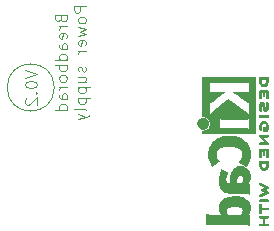
<source format=gbo>
%TF.GenerationSoftware,KiCad,Pcbnew,9.0.4*%
%TF.CreationDate,2025-10-15T15:11:25+01:00*%
%TF.ProjectId,breadboardPowerSupply,62726561-6462-46f6-9172-64506f776572,rev?*%
%TF.SameCoordinates,Original*%
%TF.FileFunction,Legend,Bot*%
%TF.FilePolarity,Positive*%
%FSLAX46Y46*%
G04 Gerber Fmt 4.6, Leading zero omitted, Abs format (unit mm)*
G04 Created by KiCad (PCBNEW 9.0.4) date 2025-10-15 15:11:25*
%MOMM*%
%LPD*%
G01*
G04 APERTURE LIST*
%ADD10C,0.100000*%
%ADD11C,0.010000*%
G04 APERTURE END LIST*
D10*
X145888665Y-110309523D02*
X145936284Y-110452380D01*
X145936284Y-110452380D02*
X145983903Y-110499999D01*
X145983903Y-110499999D02*
X146079141Y-110547618D01*
X146079141Y-110547618D02*
X146221998Y-110547618D01*
X146221998Y-110547618D02*
X146317236Y-110499999D01*
X146317236Y-110499999D02*
X146364856Y-110452380D01*
X146364856Y-110452380D02*
X146412475Y-110357142D01*
X146412475Y-110357142D02*
X146412475Y-109976190D01*
X146412475Y-109976190D02*
X145412475Y-109976190D01*
X145412475Y-109976190D02*
X145412475Y-110309523D01*
X145412475Y-110309523D02*
X145460094Y-110404761D01*
X145460094Y-110404761D02*
X145507713Y-110452380D01*
X145507713Y-110452380D02*
X145602951Y-110499999D01*
X145602951Y-110499999D02*
X145698189Y-110499999D01*
X145698189Y-110499999D02*
X145793427Y-110452380D01*
X145793427Y-110452380D02*
X145841046Y-110404761D01*
X145841046Y-110404761D02*
X145888665Y-110309523D01*
X145888665Y-110309523D02*
X145888665Y-109976190D01*
X146412475Y-110976190D02*
X145745808Y-110976190D01*
X145936284Y-110976190D02*
X145841046Y-111023809D01*
X145841046Y-111023809D02*
X145793427Y-111071428D01*
X145793427Y-111071428D02*
X145745808Y-111166666D01*
X145745808Y-111166666D02*
X145745808Y-111261904D01*
X146364856Y-111976190D02*
X146412475Y-111880952D01*
X146412475Y-111880952D02*
X146412475Y-111690476D01*
X146412475Y-111690476D02*
X146364856Y-111595238D01*
X146364856Y-111595238D02*
X146269617Y-111547619D01*
X146269617Y-111547619D02*
X145888665Y-111547619D01*
X145888665Y-111547619D02*
X145793427Y-111595238D01*
X145793427Y-111595238D02*
X145745808Y-111690476D01*
X145745808Y-111690476D02*
X145745808Y-111880952D01*
X145745808Y-111880952D02*
X145793427Y-111976190D01*
X145793427Y-111976190D02*
X145888665Y-112023809D01*
X145888665Y-112023809D02*
X145983903Y-112023809D01*
X145983903Y-112023809D02*
X146079141Y-111547619D01*
X146412475Y-112880952D02*
X145888665Y-112880952D01*
X145888665Y-112880952D02*
X145793427Y-112833333D01*
X145793427Y-112833333D02*
X145745808Y-112738095D01*
X145745808Y-112738095D02*
X145745808Y-112547619D01*
X145745808Y-112547619D02*
X145793427Y-112452381D01*
X146364856Y-112880952D02*
X146412475Y-112785714D01*
X146412475Y-112785714D02*
X146412475Y-112547619D01*
X146412475Y-112547619D02*
X146364856Y-112452381D01*
X146364856Y-112452381D02*
X146269617Y-112404762D01*
X146269617Y-112404762D02*
X146174379Y-112404762D01*
X146174379Y-112404762D02*
X146079141Y-112452381D01*
X146079141Y-112452381D02*
X146031522Y-112547619D01*
X146031522Y-112547619D02*
X146031522Y-112785714D01*
X146031522Y-112785714D02*
X145983903Y-112880952D01*
X146412475Y-113785714D02*
X145412475Y-113785714D01*
X146364856Y-113785714D02*
X146412475Y-113690476D01*
X146412475Y-113690476D02*
X146412475Y-113500000D01*
X146412475Y-113500000D02*
X146364856Y-113404762D01*
X146364856Y-113404762D02*
X146317236Y-113357143D01*
X146317236Y-113357143D02*
X146221998Y-113309524D01*
X146221998Y-113309524D02*
X145936284Y-113309524D01*
X145936284Y-113309524D02*
X145841046Y-113357143D01*
X145841046Y-113357143D02*
X145793427Y-113404762D01*
X145793427Y-113404762D02*
X145745808Y-113500000D01*
X145745808Y-113500000D02*
X145745808Y-113690476D01*
X145745808Y-113690476D02*
X145793427Y-113785714D01*
X146412475Y-114261905D02*
X145412475Y-114261905D01*
X145793427Y-114261905D02*
X145745808Y-114357143D01*
X145745808Y-114357143D02*
X145745808Y-114547619D01*
X145745808Y-114547619D02*
X145793427Y-114642857D01*
X145793427Y-114642857D02*
X145841046Y-114690476D01*
X145841046Y-114690476D02*
X145936284Y-114738095D01*
X145936284Y-114738095D02*
X146221998Y-114738095D01*
X146221998Y-114738095D02*
X146317236Y-114690476D01*
X146317236Y-114690476D02*
X146364856Y-114642857D01*
X146364856Y-114642857D02*
X146412475Y-114547619D01*
X146412475Y-114547619D02*
X146412475Y-114357143D01*
X146412475Y-114357143D02*
X146364856Y-114261905D01*
X146412475Y-115309524D02*
X146364856Y-115214286D01*
X146364856Y-115214286D02*
X146317236Y-115166667D01*
X146317236Y-115166667D02*
X146221998Y-115119048D01*
X146221998Y-115119048D02*
X145936284Y-115119048D01*
X145936284Y-115119048D02*
X145841046Y-115166667D01*
X145841046Y-115166667D02*
X145793427Y-115214286D01*
X145793427Y-115214286D02*
X145745808Y-115309524D01*
X145745808Y-115309524D02*
X145745808Y-115452381D01*
X145745808Y-115452381D02*
X145793427Y-115547619D01*
X145793427Y-115547619D02*
X145841046Y-115595238D01*
X145841046Y-115595238D02*
X145936284Y-115642857D01*
X145936284Y-115642857D02*
X146221998Y-115642857D01*
X146221998Y-115642857D02*
X146317236Y-115595238D01*
X146317236Y-115595238D02*
X146364856Y-115547619D01*
X146364856Y-115547619D02*
X146412475Y-115452381D01*
X146412475Y-115452381D02*
X146412475Y-115309524D01*
X146412475Y-116071429D02*
X145745808Y-116071429D01*
X145936284Y-116071429D02*
X145841046Y-116119048D01*
X145841046Y-116119048D02*
X145793427Y-116166667D01*
X145793427Y-116166667D02*
X145745808Y-116261905D01*
X145745808Y-116261905D02*
X145745808Y-116357143D01*
X146412475Y-117119048D02*
X145888665Y-117119048D01*
X145888665Y-117119048D02*
X145793427Y-117071429D01*
X145793427Y-117071429D02*
X145745808Y-116976191D01*
X145745808Y-116976191D02*
X145745808Y-116785715D01*
X145745808Y-116785715D02*
X145793427Y-116690477D01*
X146364856Y-117119048D02*
X146412475Y-117023810D01*
X146412475Y-117023810D02*
X146412475Y-116785715D01*
X146412475Y-116785715D02*
X146364856Y-116690477D01*
X146364856Y-116690477D02*
X146269617Y-116642858D01*
X146269617Y-116642858D02*
X146174379Y-116642858D01*
X146174379Y-116642858D02*
X146079141Y-116690477D01*
X146079141Y-116690477D02*
X146031522Y-116785715D01*
X146031522Y-116785715D02*
X146031522Y-117023810D01*
X146031522Y-117023810D02*
X145983903Y-117119048D01*
X146412475Y-118023810D02*
X145412475Y-118023810D01*
X146364856Y-118023810D02*
X146412475Y-117928572D01*
X146412475Y-117928572D02*
X146412475Y-117738096D01*
X146412475Y-117738096D02*
X146364856Y-117642858D01*
X146364856Y-117642858D02*
X146317236Y-117595239D01*
X146317236Y-117595239D02*
X146221998Y-117547620D01*
X146221998Y-117547620D02*
X145936284Y-117547620D01*
X145936284Y-117547620D02*
X145841046Y-117595239D01*
X145841046Y-117595239D02*
X145793427Y-117642858D01*
X145793427Y-117642858D02*
X145745808Y-117738096D01*
X145745808Y-117738096D02*
X145745808Y-117928572D01*
X145745808Y-117928572D02*
X145793427Y-118023810D01*
X148022419Y-109238094D02*
X147022419Y-109238094D01*
X147022419Y-109238094D02*
X147022419Y-109619046D01*
X147022419Y-109619046D02*
X147070038Y-109714284D01*
X147070038Y-109714284D02*
X147117657Y-109761903D01*
X147117657Y-109761903D02*
X147212895Y-109809522D01*
X147212895Y-109809522D02*
X147355752Y-109809522D01*
X147355752Y-109809522D02*
X147450990Y-109761903D01*
X147450990Y-109761903D02*
X147498609Y-109714284D01*
X147498609Y-109714284D02*
X147546228Y-109619046D01*
X147546228Y-109619046D02*
X147546228Y-109238094D01*
X148022419Y-110380951D02*
X147974800Y-110285713D01*
X147974800Y-110285713D02*
X147927180Y-110238094D01*
X147927180Y-110238094D02*
X147831942Y-110190475D01*
X147831942Y-110190475D02*
X147546228Y-110190475D01*
X147546228Y-110190475D02*
X147450990Y-110238094D01*
X147450990Y-110238094D02*
X147403371Y-110285713D01*
X147403371Y-110285713D02*
X147355752Y-110380951D01*
X147355752Y-110380951D02*
X147355752Y-110523808D01*
X147355752Y-110523808D02*
X147403371Y-110619046D01*
X147403371Y-110619046D02*
X147450990Y-110666665D01*
X147450990Y-110666665D02*
X147546228Y-110714284D01*
X147546228Y-110714284D02*
X147831942Y-110714284D01*
X147831942Y-110714284D02*
X147927180Y-110666665D01*
X147927180Y-110666665D02*
X147974800Y-110619046D01*
X147974800Y-110619046D02*
X148022419Y-110523808D01*
X148022419Y-110523808D02*
X148022419Y-110380951D01*
X147355752Y-111047618D02*
X148022419Y-111238094D01*
X148022419Y-111238094D02*
X147546228Y-111428570D01*
X147546228Y-111428570D02*
X148022419Y-111619046D01*
X148022419Y-111619046D02*
X147355752Y-111809522D01*
X147974800Y-112571427D02*
X148022419Y-112476189D01*
X148022419Y-112476189D02*
X148022419Y-112285713D01*
X148022419Y-112285713D02*
X147974800Y-112190475D01*
X147974800Y-112190475D02*
X147879561Y-112142856D01*
X147879561Y-112142856D02*
X147498609Y-112142856D01*
X147498609Y-112142856D02*
X147403371Y-112190475D01*
X147403371Y-112190475D02*
X147355752Y-112285713D01*
X147355752Y-112285713D02*
X147355752Y-112476189D01*
X147355752Y-112476189D02*
X147403371Y-112571427D01*
X147403371Y-112571427D02*
X147498609Y-112619046D01*
X147498609Y-112619046D02*
X147593847Y-112619046D01*
X147593847Y-112619046D02*
X147689085Y-112142856D01*
X148022419Y-113047618D02*
X147355752Y-113047618D01*
X147546228Y-113047618D02*
X147450990Y-113095237D01*
X147450990Y-113095237D02*
X147403371Y-113142856D01*
X147403371Y-113142856D02*
X147355752Y-113238094D01*
X147355752Y-113238094D02*
X147355752Y-113333332D01*
X147974800Y-114380952D02*
X148022419Y-114476190D01*
X148022419Y-114476190D02*
X148022419Y-114666666D01*
X148022419Y-114666666D02*
X147974800Y-114761904D01*
X147974800Y-114761904D02*
X147879561Y-114809523D01*
X147879561Y-114809523D02*
X147831942Y-114809523D01*
X147831942Y-114809523D02*
X147736704Y-114761904D01*
X147736704Y-114761904D02*
X147689085Y-114666666D01*
X147689085Y-114666666D02*
X147689085Y-114523809D01*
X147689085Y-114523809D02*
X147641466Y-114428571D01*
X147641466Y-114428571D02*
X147546228Y-114380952D01*
X147546228Y-114380952D02*
X147498609Y-114380952D01*
X147498609Y-114380952D02*
X147403371Y-114428571D01*
X147403371Y-114428571D02*
X147355752Y-114523809D01*
X147355752Y-114523809D02*
X147355752Y-114666666D01*
X147355752Y-114666666D02*
X147403371Y-114761904D01*
X147355752Y-115666666D02*
X148022419Y-115666666D01*
X147355752Y-115238095D02*
X147879561Y-115238095D01*
X147879561Y-115238095D02*
X147974800Y-115285714D01*
X147974800Y-115285714D02*
X148022419Y-115380952D01*
X148022419Y-115380952D02*
X148022419Y-115523809D01*
X148022419Y-115523809D02*
X147974800Y-115619047D01*
X147974800Y-115619047D02*
X147927180Y-115666666D01*
X147355752Y-116142857D02*
X148355752Y-116142857D01*
X147403371Y-116142857D02*
X147355752Y-116238095D01*
X147355752Y-116238095D02*
X147355752Y-116428571D01*
X147355752Y-116428571D02*
X147403371Y-116523809D01*
X147403371Y-116523809D02*
X147450990Y-116571428D01*
X147450990Y-116571428D02*
X147546228Y-116619047D01*
X147546228Y-116619047D02*
X147831942Y-116619047D01*
X147831942Y-116619047D02*
X147927180Y-116571428D01*
X147927180Y-116571428D02*
X147974800Y-116523809D01*
X147974800Y-116523809D02*
X148022419Y-116428571D01*
X148022419Y-116428571D02*
X148022419Y-116238095D01*
X148022419Y-116238095D02*
X147974800Y-116142857D01*
X147355752Y-117047619D02*
X148355752Y-117047619D01*
X147403371Y-117047619D02*
X147355752Y-117142857D01*
X147355752Y-117142857D02*
X147355752Y-117333333D01*
X147355752Y-117333333D02*
X147403371Y-117428571D01*
X147403371Y-117428571D02*
X147450990Y-117476190D01*
X147450990Y-117476190D02*
X147546228Y-117523809D01*
X147546228Y-117523809D02*
X147831942Y-117523809D01*
X147831942Y-117523809D02*
X147927180Y-117476190D01*
X147927180Y-117476190D02*
X147974800Y-117428571D01*
X147974800Y-117428571D02*
X148022419Y-117333333D01*
X148022419Y-117333333D02*
X148022419Y-117142857D01*
X148022419Y-117142857D02*
X147974800Y-117047619D01*
X148022419Y-118095238D02*
X147974800Y-118000000D01*
X147974800Y-118000000D02*
X147879561Y-117952381D01*
X147879561Y-117952381D02*
X147022419Y-117952381D01*
X147355752Y-118380953D02*
X148022419Y-118619048D01*
X147355752Y-118857143D02*
X148022419Y-118619048D01*
X148022419Y-118619048D02*
X148260514Y-118523810D01*
X148260514Y-118523810D02*
X148308133Y-118476191D01*
X148308133Y-118476191D02*
X148355752Y-118380953D01*
X145350000Y-116150000D02*
G75*
G02*
X141350000Y-116150000I-2000000J0D01*
G01*
X141350000Y-116150000D02*
G75*
G02*
X145350000Y-116150000I2000000J0D01*
G01*
X142872419Y-114661027D02*
X143872419Y-114994360D01*
X143872419Y-114994360D02*
X142872419Y-115327693D01*
X142872419Y-115851503D02*
X142872419Y-115946741D01*
X142872419Y-115946741D02*
X142920038Y-116041979D01*
X142920038Y-116041979D02*
X142967657Y-116089598D01*
X142967657Y-116089598D02*
X143062895Y-116137217D01*
X143062895Y-116137217D02*
X143253371Y-116184836D01*
X143253371Y-116184836D02*
X143491466Y-116184836D01*
X143491466Y-116184836D02*
X143681942Y-116137217D01*
X143681942Y-116137217D02*
X143777180Y-116089598D01*
X143777180Y-116089598D02*
X143824800Y-116041979D01*
X143824800Y-116041979D02*
X143872419Y-115946741D01*
X143872419Y-115946741D02*
X143872419Y-115851503D01*
X143872419Y-115851503D02*
X143824800Y-115756265D01*
X143824800Y-115756265D02*
X143777180Y-115708646D01*
X143777180Y-115708646D02*
X143681942Y-115661027D01*
X143681942Y-115661027D02*
X143491466Y-115613408D01*
X143491466Y-115613408D02*
X143253371Y-115613408D01*
X143253371Y-115613408D02*
X143062895Y-115661027D01*
X143062895Y-115661027D02*
X142967657Y-115708646D01*
X142967657Y-115708646D02*
X142920038Y-115756265D01*
X142920038Y-115756265D02*
X142872419Y-115851503D01*
X143777180Y-116613408D02*
X143824800Y-116661027D01*
X143824800Y-116661027D02*
X143872419Y-116613408D01*
X143872419Y-116613408D02*
X143824800Y-116565789D01*
X143824800Y-116565789D02*
X143777180Y-116613408D01*
X143777180Y-116613408D02*
X143872419Y-116613408D01*
X142967657Y-117041979D02*
X142920038Y-117089598D01*
X142920038Y-117089598D02*
X142872419Y-117184836D01*
X142872419Y-117184836D02*
X142872419Y-117422931D01*
X142872419Y-117422931D02*
X142920038Y-117518169D01*
X142920038Y-117518169D02*
X142967657Y-117565788D01*
X142967657Y-117565788D02*
X143062895Y-117613407D01*
X143062895Y-117613407D02*
X143158133Y-117613407D01*
X143158133Y-117613407D02*
X143300990Y-117565788D01*
X143300990Y-117565788D02*
X143872419Y-116994360D01*
X143872419Y-116994360D02*
X143872419Y-117613407D01*
D11*
%TO.C,REF\u002A\u002A*%
X163401264Y-125658873D02*
X163418739Y-125690233D01*
X163419575Y-125726034D01*
X163399082Y-125757472D01*
X163394416Y-125761348D01*
X163384949Y-125766814D01*
X163371267Y-125771021D01*
X163350748Y-125774133D01*
X163320768Y-125776313D01*
X163278704Y-125777724D01*
X163221932Y-125778529D01*
X163147830Y-125778893D01*
X163053773Y-125778978D01*
X162732227Y-125778978D01*
X162710647Y-125752327D01*
X162695877Y-125728614D01*
X162689067Y-125705600D01*
X162694949Y-125684594D01*
X162710647Y-125658873D01*
X162732227Y-125632222D01*
X163379684Y-125632222D01*
X163401264Y-125658873D01*
G36*
X163401264Y-125658873D02*
G01*
X163418739Y-125690233D01*
X163419575Y-125726034D01*
X163399082Y-125757472D01*
X163394416Y-125761348D01*
X163384949Y-125766814D01*
X163371267Y-125771021D01*
X163350748Y-125774133D01*
X163320768Y-125776313D01*
X163278704Y-125777724D01*
X163221932Y-125778529D01*
X163147830Y-125778893D01*
X163053773Y-125778978D01*
X162732227Y-125778978D01*
X162710647Y-125752327D01*
X162695877Y-125728614D01*
X162689067Y-125705600D01*
X162694949Y-125684594D01*
X162710647Y-125658873D01*
X162732227Y-125632222D01*
X163379684Y-125632222D01*
X163401264Y-125658873D01*
G37*
X163141567Y-118492041D02*
X163215789Y-118492299D01*
X163272541Y-118492970D01*
X163314512Y-118494248D01*
X163344389Y-118496327D01*
X163364861Y-118499401D01*
X163378614Y-118503666D01*
X163388337Y-118509316D01*
X163396717Y-118516545D01*
X163418181Y-118548009D01*
X163419947Y-118583174D01*
X163400267Y-118616178D01*
X163394398Y-118621484D01*
X163385314Y-118626934D01*
X163371973Y-118631100D01*
X163351757Y-118634154D01*
X163322049Y-118636268D01*
X163280232Y-118637614D01*
X163223689Y-118638362D01*
X163149802Y-118638686D01*
X163055956Y-118638755D01*
X162980294Y-118638716D01*
X162902385Y-118638461D01*
X162842375Y-118637817D01*
X162797648Y-118636613D01*
X162765585Y-118634676D01*
X162743571Y-118631836D01*
X162728987Y-118627921D01*
X162719218Y-118622758D01*
X162711645Y-118616178D01*
X162692623Y-118586994D01*
X162693463Y-118553863D01*
X162716776Y-118519709D01*
X162744485Y-118492000D01*
X163057537Y-118492000D01*
X163141567Y-118492041D01*
G36*
X163141567Y-118492041D02*
G01*
X163215789Y-118492299D01*
X163272541Y-118492970D01*
X163314512Y-118494248D01*
X163344389Y-118496327D01*
X163364861Y-118499401D01*
X163378614Y-118503666D01*
X163388337Y-118509316D01*
X163396717Y-118516545D01*
X163418181Y-118548009D01*
X163419947Y-118583174D01*
X163400267Y-118616178D01*
X163394398Y-118621484D01*
X163385314Y-118626934D01*
X163371973Y-118631100D01*
X163351757Y-118634154D01*
X163322049Y-118636268D01*
X163280232Y-118637614D01*
X163223689Y-118638362D01*
X163149802Y-118638686D01*
X163055956Y-118638755D01*
X162980294Y-118638716D01*
X162902385Y-118638461D01*
X162842375Y-118637817D01*
X162797648Y-118636613D01*
X162765585Y-118634676D01*
X162743571Y-118631836D01*
X162728987Y-118627921D01*
X162719218Y-118622758D01*
X162711645Y-118616178D01*
X162692623Y-118586994D01*
X162693463Y-118553863D01*
X162716776Y-118519709D01*
X162744485Y-118492000D01*
X163057537Y-118492000D01*
X163141567Y-118492041D01*
G37*
X157954307Y-118735331D02*
X157995450Y-118737540D01*
X158027582Y-118743106D01*
X158058122Y-118753414D01*
X158094489Y-118769852D01*
X158121728Y-118783800D01*
X158207429Y-118842335D01*
X158276617Y-118914381D01*
X158327741Y-118998053D01*
X158359250Y-119091469D01*
X158366225Y-119124566D01*
X158373094Y-119165040D01*
X158374919Y-119198001D01*
X158371947Y-119232302D01*
X158364426Y-119276800D01*
X158352002Y-119328066D01*
X158314112Y-119418566D01*
X158259836Y-119497655D01*
X158191770Y-119563472D01*
X158112511Y-119614160D01*
X158024654Y-119647860D01*
X157930795Y-119662714D01*
X157833530Y-119656864D01*
X157737220Y-119630601D01*
X157648494Y-119585582D01*
X157573419Y-119524627D01*
X157513641Y-119449816D01*
X157470809Y-119363232D01*
X157446571Y-119266957D01*
X157442576Y-119163072D01*
X157452850Y-119085438D01*
X157480053Y-119002687D01*
X157525484Y-118927594D01*
X157591302Y-118855702D01*
X157635567Y-118817154D01*
X157693961Y-118777744D01*
X157754586Y-118752554D01*
X157823865Y-118739139D01*
X157908222Y-118735052D01*
X157954307Y-118735331D01*
G36*
X157954307Y-118735331D02*
G01*
X157995450Y-118737540D01*
X158027582Y-118743106D01*
X158058122Y-118753414D01*
X158094489Y-118769852D01*
X158121728Y-118783800D01*
X158207429Y-118842335D01*
X158276617Y-118914381D01*
X158327741Y-118998053D01*
X158359250Y-119091469D01*
X158366225Y-119124566D01*
X158373094Y-119165040D01*
X158374919Y-119198001D01*
X158371947Y-119232302D01*
X158364426Y-119276800D01*
X158352002Y-119328066D01*
X158314112Y-119418566D01*
X158259836Y-119497655D01*
X158191770Y-119563472D01*
X158112511Y-119614160D01*
X158024654Y-119647860D01*
X157930795Y-119662714D01*
X157833530Y-119656864D01*
X157737220Y-119630601D01*
X157648494Y-119585582D01*
X157573419Y-119524627D01*
X157513641Y-119449816D01*
X157470809Y-119363232D01*
X157446571Y-119266957D01*
X157442576Y-119163072D01*
X157452850Y-119085438D01*
X157480053Y-119002687D01*
X157525484Y-118927594D01*
X157591302Y-118855702D01*
X157635567Y-118817154D01*
X157693961Y-118777744D01*
X157754586Y-118752554D01*
X157823865Y-118739139D01*
X157908222Y-118735052D01*
X157954307Y-118735331D01*
G37*
X162815178Y-126029083D02*
X162816631Y-126030443D01*
X162824992Y-126041646D01*
X162830547Y-126058748D01*
X162833840Y-126085918D01*
X162835418Y-126127322D01*
X162835822Y-126187127D01*
X162835822Y-126326489D01*
X163099589Y-126326489D01*
X163175417Y-126326564D01*
X163242083Y-126326972D01*
X163291867Y-126327954D01*
X163327784Y-126329750D01*
X163352850Y-126332601D01*
X163370081Y-126336747D01*
X163382492Y-126342429D01*
X163393100Y-126349886D01*
X163395906Y-126352176D01*
X163418548Y-126383354D01*
X163420112Y-126417734D01*
X163400267Y-126450666D01*
X163392191Y-126457645D01*
X163381593Y-126463117D01*
X163365749Y-126467137D01*
X163341773Y-126469928D01*
X163306774Y-126471712D01*
X163257864Y-126472711D01*
X163192154Y-126473148D01*
X163106756Y-126473244D01*
X162835822Y-126473244D01*
X162835822Y-126619180D01*
X162835821Y-126630280D01*
X162835596Y-126686798D01*
X162834457Y-126725642D01*
X162831657Y-126751035D01*
X162826450Y-126767196D01*
X162818089Y-126778348D01*
X162805826Y-126788711D01*
X162775138Y-126804559D01*
X162741358Y-126801457D01*
X162708822Y-126775813D01*
X162705105Y-126770871D01*
X162700269Y-126760662D01*
X162696506Y-126745236D01*
X162693683Y-126722114D01*
X162691670Y-126688817D01*
X162690333Y-126642863D01*
X162689542Y-126581772D01*
X162689163Y-126503065D01*
X162689067Y-126404260D01*
X162689068Y-126384233D01*
X162689158Y-126290110D01*
X162689498Y-126215595D01*
X162690239Y-126158189D01*
X162691535Y-126115389D01*
X162693537Y-126084696D01*
X162696396Y-126063609D01*
X162700266Y-126049627D01*
X162705298Y-126040250D01*
X162711645Y-126032978D01*
X162744362Y-126014172D01*
X162781939Y-126012725D01*
X162815178Y-126029083D01*
G36*
X162815178Y-126029083D02*
G01*
X162816631Y-126030443D01*
X162824992Y-126041646D01*
X162830547Y-126058748D01*
X162833840Y-126085918D01*
X162835418Y-126127322D01*
X162835822Y-126187127D01*
X162835822Y-126326489D01*
X163099589Y-126326489D01*
X163175417Y-126326564D01*
X163242083Y-126326972D01*
X163291867Y-126327954D01*
X163327784Y-126329750D01*
X163352850Y-126332601D01*
X163370081Y-126336747D01*
X163382492Y-126342429D01*
X163393100Y-126349886D01*
X163395906Y-126352176D01*
X163418548Y-126383354D01*
X163420112Y-126417734D01*
X163400267Y-126450666D01*
X163392191Y-126457645D01*
X163381593Y-126463117D01*
X163365749Y-126467137D01*
X163341773Y-126469928D01*
X163306774Y-126471712D01*
X163257864Y-126472711D01*
X163192154Y-126473148D01*
X163106756Y-126473244D01*
X162835822Y-126473244D01*
X162835822Y-126619180D01*
X162835821Y-126630280D01*
X162835596Y-126686798D01*
X162834457Y-126725642D01*
X162831657Y-126751035D01*
X162826450Y-126767196D01*
X162818089Y-126778348D01*
X162805826Y-126788711D01*
X162775138Y-126804559D01*
X162741358Y-126801457D01*
X162708822Y-126775813D01*
X162705105Y-126770871D01*
X162700269Y-126760662D01*
X162696506Y-126745236D01*
X162693683Y-126722114D01*
X162691670Y-126688817D01*
X162690333Y-126642863D01*
X162689542Y-126581772D01*
X162689163Y-126503065D01*
X162689067Y-126404260D01*
X162689068Y-126384233D01*
X162689158Y-126290110D01*
X162689498Y-126215595D01*
X162690239Y-126158189D01*
X162691535Y-126115389D01*
X162693537Y-126084696D01*
X162696396Y-126063609D01*
X162700266Y-126049627D01*
X162705298Y-126040250D01*
X162711645Y-126032978D01*
X162744362Y-126014172D01*
X162781939Y-126012725D01*
X162815178Y-126029083D01*
G37*
X163097631Y-127036891D02*
X163214000Y-127037375D01*
X163228175Y-127037443D01*
X163289937Y-127038029D01*
X163333620Y-127039352D01*
X163363001Y-127041897D01*
X163381855Y-127046152D01*
X163393959Y-127052604D01*
X163403089Y-127061738D01*
X163420506Y-127095196D01*
X163417604Y-127130144D01*
X163393100Y-127161047D01*
X163379897Y-127170056D01*
X163361361Y-127177508D01*
X163335333Y-127181876D01*
X163296787Y-127183931D01*
X163240700Y-127184444D01*
X163118045Y-127184444D01*
X163118045Y-127681155D01*
X163252871Y-127681155D01*
X163288662Y-127681228D01*
X163334992Y-127681991D01*
X163365526Y-127684167D01*
X163384557Y-127688464D01*
X163396374Y-127695588D01*
X163405271Y-127706245D01*
X163420341Y-127738496D01*
X163417673Y-127773783D01*
X163393100Y-127804514D01*
X163386845Y-127809169D01*
X163376321Y-127815105D01*
X163362391Y-127819636D01*
X163342317Y-127822952D01*
X163313360Y-127825241D01*
X163272780Y-127826692D01*
X163217840Y-127827495D01*
X163145799Y-127827838D01*
X163053920Y-127827911D01*
X162744485Y-127827911D01*
X162716776Y-127800202D01*
X162694533Y-127768823D01*
X162691844Y-127735594D01*
X162711645Y-127703733D01*
X162721415Y-127695447D01*
X162737307Y-127688035D01*
X162761275Y-127683698D01*
X162798148Y-127681662D01*
X162852756Y-127681155D01*
X162971289Y-127681155D01*
X162971289Y-127184444D01*
X162855776Y-127184444D01*
X162804078Y-127184006D01*
X162769554Y-127182042D01*
X162746978Y-127177526D01*
X162731126Y-127169433D01*
X162716776Y-127156735D01*
X162694533Y-127125357D01*
X162691844Y-127092128D01*
X162711645Y-127060266D01*
X162717835Y-127054634D01*
X162726041Y-127049544D01*
X162737817Y-127045457D01*
X162755276Y-127042279D01*
X162780530Y-127039913D01*
X162815690Y-127038262D01*
X162862869Y-127037231D01*
X162924177Y-127036723D01*
X163001727Y-127036641D01*
X163097631Y-127036891D01*
G36*
X163097631Y-127036891D02*
G01*
X163214000Y-127037375D01*
X163228175Y-127037443D01*
X163289937Y-127038029D01*
X163333620Y-127039352D01*
X163363001Y-127041897D01*
X163381855Y-127046152D01*
X163393959Y-127052604D01*
X163403089Y-127061738D01*
X163420506Y-127095196D01*
X163417604Y-127130144D01*
X163393100Y-127161047D01*
X163379897Y-127170056D01*
X163361361Y-127177508D01*
X163335333Y-127181876D01*
X163296787Y-127183931D01*
X163240700Y-127184444D01*
X163118045Y-127184444D01*
X163118045Y-127681155D01*
X163252871Y-127681155D01*
X163288662Y-127681228D01*
X163334992Y-127681991D01*
X163365526Y-127684167D01*
X163384557Y-127688464D01*
X163396374Y-127695588D01*
X163405271Y-127706245D01*
X163420341Y-127738496D01*
X163417673Y-127773783D01*
X163393100Y-127804514D01*
X163386845Y-127809169D01*
X163376321Y-127815105D01*
X163362391Y-127819636D01*
X163342317Y-127822952D01*
X163313360Y-127825241D01*
X163272780Y-127826692D01*
X163217840Y-127827495D01*
X163145799Y-127827838D01*
X163053920Y-127827911D01*
X162744485Y-127827911D01*
X162716776Y-127800202D01*
X162694533Y-127768823D01*
X162691844Y-127735594D01*
X162711645Y-127703733D01*
X162721415Y-127695447D01*
X162737307Y-127688035D01*
X162761275Y-127683698D01*
X162798148Y-127681662D01*
X162852756Y-127681155D01*
X162971289Y-127681155D01*
X162971289Y-127184444D01*
X162855776Y-127184444D01*
X162804078Y-127184006D01*
X162769554Y-127182042D01*
X162746978Y-127177526D01*
X162731126Y-127169433D01*
X162716776Y-127156735D01*
X162694533Y-127125357D01*
X162691844Y-127092128D01*
X162711645Y-127060266D01*
X162717835Y-127054634D01*
X162726041Y-127049544D01*
X162737817Y-127045457D01*
X162755276Y-127042279D01*
X162780530Y-127039913D01*
X162815690Y-127038262D01*
X162862869Y-127037231D01*
X162924177Y-127036723D01*
X163001727Y-127036641D01*
X163097631Y-127036891D01*
G37*
X163115526Y-122352825D02*
X163194311Y-122353050D01*
X163255021Y-122353668D01*
X163276089Y-122354225D01*
X163300396Y-122354867D01*
X163333175Y-122356837D01*
X163356095Y-122359765D01*
X163371897Y-122363842D01*
X163383319Y-122369257D01*
X163393100Y-122376197D01*
X163422845Y-122399594D01*
X163422251Y-122565286D01*
X163421953Y-122600082D01*
X163418522Y-122698565D01*
X163410839Y-122779527D01*
X163398282Y-122846621D01*
X163380227Y-122903504D01*
X163356052Y-122953831D01*
X163354135Y-122957190D01*
X163317417Y-123015002D01*
X163280451Y-123057356D01*
X163236966Y-123090172D01*
X163180689Y-123119372D01*
X163171073Y-123123654D01*
X163107887Y-123146231D01*
X163052509Y-123153203D01*
X162997483Y-123144601D01*
X162935351Y-123120459D01*
X162933658Y-123119663D01*
X162864236Y-123079212D01*
X162807638Y-123028527D01*
X162763070Y-122965802D01*
X162729741Y-122889226D01*
X162706861Y-122796991D01*
X162693636Y-122687288D01*
X162689275Y-122558309D01*
X162689270Y-122554737D01*
X162689372Y-122510844D01*
X162835822Y-122510844D01*
X162836270Y-122598333D01*
X162838746Y-122665253D01*
X162849998Y-122757651D01*
X162869537Y-122836966D01*
X162896511Y-122898940D01*
X162917240Y-122929880D01*
X162947006Y-122958000D01*
X162989434Y-122981340D01*
X163005400Y-122988467D01*
X163037902Y-123000291D01*
X163062333Y-123002721D01*
X163087061Y-122997108D01*
X163102939Y-122991382D01*
X163162847Y-122958452D01*
X163208600Y-122911114D01*
X163241736Y-122847348D01*
X163263790Y-122765139D01*
X163264292Y-122762345D01*
X163270255Y-122716060D01*
X163274483Y-122659664D01*
X163276089Y-122604726D01*
X163276089Y-122510844D01*
X162835822Y-122510844D01*
X162689372Y-122510844D01*
X162689410Y-122494717D01*
X162690446Y-122452786D01*
X162693040Y-122424672D01*
X162697853Y-122406103D01*
X162705544Y-122392806D01*
X162716776Y-122380509D01*
X162744485Y-122352800D01*
X163053920Y-122352800D01*
X163115526Y-122352825D01*
G36*
X163115526Y-122352825D02*
G01*
X163194311Y-122353050D01*
X163255021Y-122353668D01*
X163276089Y-122354225D01*
X163300396Y-122354867D01*
X163333175Y-122356837D01*
X163356095Y-122359765D01*
X163371897Y-122363842D01*
X163383319Y-122369257D01*
X163393100Y-122376197D01*
X163422845Y-122399594D01*
X163422251Y-122565286D01*
X163421953Y-122600082D01*
X163418522Y-122698565D01*
X163410839Y-122779527D01*
X163398282Y-122846621D01*
X163380227Y-122903504D01*
X163356052Y-122953831D01*
X163354135Y-122957190D01*
X163317417Y-123015002D01*
X163280451Y-123057356D01*
X163236966Y-123090172D01*
X163180689Y-123119372D01*
X163171073Y-123123654D01*
X163107887Y-123146231D01*
X163052509Y-123153203D01*
X162997483Y-123144601D01*
X162935351Y-123120459D01*
X162933658Y-123119663D01*
X162864236Y-123079212D01*
X162807638Y-123028527D01*
X162763070Y-122965802D01*
X162729741Y-122889226D01*
X162706861Y-122796991D01*
X162693636Y-122687288D01*
X162689275Y-122558309D01*
X162689270Y-122554737D01*
X162689372Y-122510844D01*
X162835822Y-122510844D01*
X162836270Y-122598333D01*
X162838746Y-122665253D01*
X162849998Y-122757651D01*
X162869537Y-122836966D01*
X162896511Y-122898940D01*
X162917240Y-122929880D01*
X162947006Y-122958000D01*
X162989434Y-122981340D01*
X163005400Y-122988467D01*
X163037902Y-123000291D01*
X163062333Y-123002721D01*
X163087061Y-122997108D01*
X163102939Y-122991382D01*
X163162847Y-122958452D01*
X163208600Y-122911114D01*
X163241736Y-122847348D01*
X163263790Y-122765139D01*
X163264292Y-122762345D01*
X163270255Y-122716060D01*
X163274483Y-122659664D01*
X163276089Y-122604726D01*
X163276089Y-122510844D01*
X162835822Y-122510844D01*
X162689372Y-122510844D01*
X162689410Y-122494717D01*
X162690446Y-122452786D01*
X162693040Y-122424672D01*
X162697853Y-122406103D01*
X162705544Y-122392806D01*
X162716776Y-122380509D01*
X162744485Y-122352800D01*
X163053920Y-122352800D01*
X163115526Y-122352825D01*
G37*
X163055956Y-115263378D02*
X163131617Y-115263417D01*
X163209526Y-115263672D01*
X163269536Y-115264316D01*
X163314264Y-115265520D01*
X163346326Y-115267457D01*
X163368340Y-115270297D01*
X163382924Y-115274212D01*
X163392694Y-115279374D01*
X163400267Y-115285955D01*
X163406501Y-115292923D01*
X163413801Y-115305921D01*
X163418554Y-115325069D01*
X163421292Y-115354472D01*
X163422545Y-115398238D01*
X163422845Y-115460472D01*
X163422469Y-115509418D01*
X163418041Y-115616278D01*
X163407953Y-115705506D01*
X163391365Y-115780304D01*
X163367435Y-115843875D01*
X163335321Y-115899421D01*
X163294182Y-115950146D01*
X163288330Y-115956134D01*
X163239821Y-115993001D01*
X163179013Y-116024101D01*
X163114769Y-116045583D01*
X163055956Y-116053600D01*
X163034739Y-116052321D01*
X162977323Y-116040009D01*
X162917413Y-116017480D01*
X162863363Y-115988250D01*
X162823532Y-115955833D01*
X162806510Y-115936292D01*
X162767322Y-115881580D01*
X162737193Y-115821277D01*
X162715232Y-115752081D01*
X162700550Y-115670689D01*
X162692259Y-115573800D01*
X162690148Y-115486333D01*
X162835808Y-115486333D01*
X162835817Y-115489361D01*
X162837782Y-115540481D01*
X162842507Y-115600584D01*
X162849035Y-115657292D01*
X162858331Y-115707250D01*
X162884600Y-115782002D01*
X162923899Y-115839511D01*
X162976933Y-115881012D01*
X163028200Y-115902229D01*
X163076026Y-115903647D01*
X163126961Y-115885365D01*
X163172878Y-115855695D01*
X163215287Y-115808998D01*
X163245090Y-115747608D01*
X163264226Y-115668462D01*
X163264464Y-115666972D01*
X163270256Y-115618001D01*
X163274396Y-115559307D01*
X163276004Y-115503266D01*
X163276089Y-115410133D01*
X162835822Y-115410133D01*
X162835808Y-115486333D01*
X162690148Y-115486333D01*
X162689467Y-115458111D01*
X162689066Y-115418629D01*
X162688653Y-115372918D01*
X162690457Y-115337117D01*
X162696739Y-115310026D01*
X162709759Y-115290444D01*
X162731778Y-115277170D01*
X162765055Y-115269002D01*
X162811851Y-115264740D01*
X162835822Y-115264143D01*
X162874427Y-115263183D01*
X162955041Y-115263130D01*
X163055956Y-115263378D01*
G36*
X163055956Y-115263378D02*
G01*
X163131617Y-115263417D01*
X163209526Y-115263672D01*
X163269536Y-115264316D01*
X163314264Y-115265520D01*
X163346326Y-115267457D01*
X163368340Y-115270297D01*
X163382924Y-115274212D01*
X163392694Y-115279374D01*
X163400267Y-115285955D01*
X163406501Y-115292923D01*
X163413801Y-115305921D01*
X163418554Y-115325069D01*
X163421292Y-115354472D01*
X163422545Y-115398238D01*
X163422845Y-115460472D01*
X163422469Y-115509418D01*
X163418041Y-115616278D01*
X163407953Y-115705506D01*
X163391365Y-115780304D01*
X163367435Y-115843875D01*
X163335321Y-115899421D01*
X163294182Y-115950146D01*
X163288330Y-115956134D01*
X163239821Y-115993001D01*
X163179013Y-116024101D01*
X163114769Y-116045583D01*
X163055956Y-116053600D01*
X163034739Y-116052321D01*
X162977323Y-116040009D01*
X162917413Y-116017480D01*
X162863363Y-115988250D01*
X162823532Y-115955833D01*
X162806510Y-115936292D01*
X162767322Y-115881580D01*
X162737193Y-115821277D01*
X162715232Y-115752081D01*
X162700550Y-115670689D01*
X162692259Y-115573800D01*
X162690148Y-115486333D01*
X162835808Y-115486333D01*
X162835817Y-115489361D01*
X162837782Y-115540481D01*
X162842507Y-115600584D01*
X162849035Y-115657292D01*
X162858331Y-115707250D01*
X162884600Y-115782002D01*
X162923899Y-115839511D01*
X162976933Y-115881012D01*
X163028200Y-115902229D01*
X163076026Y-115903647D01*
X163126961Y-115885365D01*
X163172878Y-115855695D01*
X163215287Y-115808998D01*
X163245090Y-115747608D01*
X163264226Y-115668462D01*
X163264464Y-115666972D01*
X163270256Y-115618001D01*
X163274396Y-115559307D01*
X163276004Y-115503266D01*
X163276089Y-115410133D01*
X162835822Y-115410133D01*
X162835808Y-115486333D01*
X162690148Y-115486333D01*
X162689467Y-115458111D01*
X162689066Y-115418629D01*
X162688653Y-115372918D01*
X162690457Y-115337117D01*
X162696739Y-115310026D01*
X162709759Y-115290444D01*
X162731778Y-115277170D01*
X162765055Y-115269002D01*
X162811851Y-115264740D01*
X162835822Y-115264143D01*
X162874427Y-115263183D01*
X162955041Y-115263130D01*
X163055956Y-115263378D01*
G37*
X163114486Y-120151489D02*
X163193573Y-120151708D01*
X163254516Y-120152317D01*
X163300062Y-120153508D01*
X163332963Y-120155471D01*
X163355968Y-120158397D01*
X163371826Y-120162477D01*
X163383286Y-120167903D01*
X163393100Y-120174864D01*
X163417493Y-120205292D01*
X163420372Y-120240235D01*
X163401282Y-120277216D01*
X163397807Y-120281400D01*
X163389279Y-120289576D01*
X163377728Y-120295636D01*
X163359896Y-120300019D01*
X163332524Y-120303161D01*
X163292354Y-120305498D01*
X163236128Y-120307469D01*
X163160589Y-120309511D01*
X162941458Y-120315155D01*
X163182099Y-120580444D01*
X163248875Y-120654278D01*
X163306991Y-120719458D01*
X163351949Y-120771652D01*
X163384871Y-120812727D01*
X163406879Y-120844545D01*
X163419094Y-120868974D01*
X163422639Y-120887876D01*
X163418636Y-120903117D01*
X163408207Y-120916561D01*
X163392474Y-120930073D01*
X163383991Y-120936318D01*
X163373413Y-120941950D01*
X163359255Y-120946161D01*
X163338803Y-120949113D01*
X163309342Y-120950968D01*
X163268161Y-120951887D01*
X163212544Y-120952032D01*
X163139779Y-120951565D01*
X163047151Y-120950648D01*
X162732199Y-120947333D01*
X162710633Y-120920682D01*
X162694441Y-120894617D01*
X162691670Y-120861759D01*
X162710623Y-120827228D01*
X162714208Y-120822916D01*
X162722737Y-120814784D01*
X162734329Y-120808755D01*
X162752235Y-120804394D01*
X162779706Y-120801266D01*
X162819994Y-120798937D01*
X162876351Y-120796971D01*
X162952029Y-120794933D01*
X163171878Y-120789289D01*
X163008084Y-120608666D01*
X162929451Y-120521928D01*
X162861058Y-120446157D01*
X162805708Y-120384020D01*
X162762338Y-120333922D01*
X162729881Y-120294265D01*
X162707273Y-120263452D01*
X162693448Y-120239886D01*
X162687343Y-120221970D01*
X162687892Y-120208107D01*
X162694029Y-120196699D01*
X162704691Y-120186150D01*
X162718811Y-120174864D01*
X162724772Y-120170411D01*
X162735268Y-120164412D01*
X162749093Y-120159833D01*
X162768998Y-120156481D01*
X162797732Y-120154167D01*
X162838045Y-120152699D01*
X162892687Y-120151887D01*
X162964407Y-120151540D01*
X163055956Y-120151466D01*
X163114486Y-120151489D01*
G36*
X163114486Y-120151489D02*
G01*
X163193573Y-120151708D01*
X163254516Y-120152317D01*
X163300062Y-120153508D01*
X163332963Y-120155471D01*
X163355968Y-120158397D01*
X163371826Y-120162477D01*
X163383286Y-120167903D01*
X163393100Y-120174864D01*
X163417493Y-120205292D01*
X163420372Y-120240235D01*
X163401282Y-120277216D01*
X163397807Y-120281400D01*
X163389279Y-120289576D01*
X163377728Y-120295636D01*
X163359896Y-120300019D01*
X163332524Y-120303161D01*
X163292354Y-120305498D01*
X163236128Y-120307469D01*
X163160589Y-120309511D01*
X162941458Y-120315155D01*
X163182099Y-120580444D01*
X163248875Y-120654278D01*
X163306991Y-120719458D01*
X163351949Y-120771652D01*
X163384871Y-120812727D01*
X163406879Y-120844545D01*
X163419094Y-120868974D01*
X163422639Y-120887876D01*
X163418636Y-120903117D01*
X163408207Y-120916561D01*
X163392474Y-120930073D01*
X163383991Y-120936318D01*
X163373413Y-120941950D01*
X163359255Y-120946161D01*
X163338803Y-120949113D01*
X163309342Y-120950968D01*
X163268161Y-120951887D01*
X163212544Y-120952032D01*
X163139779Y-120951565D01*
X163047151Y-120950648D01*
X162732199Y-120947333D01*
X162710633Y-120920682D01*
X162694441Y-120894617D01*
X162691670Y-120861759D01*
X162710623Y-120827228D01*
X162714208Y-120822916D01*
X162722737Y-120814784D01*
X162734329Y-120808755D01*
X162752235Y-120804394D01*
X162779706Y-120801266D01*
X162819994Y-120798937D01*
X162876351Y-120796971D01*
X162952029Y-120794933D01*
X163171878Y-120789289D01*
X163008084Y-120608666D01*
X162929451Y-120521928D01*
X162861058Y-120446157D01*
X162805708Y-120384020D01*
X162762338Y-120333922D01*
X162729881Y-120294265D01*
X162707273Y-120263452D01*
X162693448Y-120239886D01*
X162687343Y-120221970D01*
X162687892Y-120208107D01*
X162694029Y-120196699D01*
X162704691Y-120186150D01*
X162718811Y-120174864D01*
X162724772Y-120170411D01*
X162735268Y-120164412D01*
X162749093Y-120159833D01*
X162768998Y-120156481D01*
X162797732Y-120154167D01*
X162838045Y-120152699D01*
X162892687Y-120151887D01*
X162964407Y-120151540D01*
X163055956Y-120151466D01*
X163114486Y-120151489D01*
G37*
X163074259Y-118967702D02*
X163125592Y-118980643D01*
X163182118Y-119003806D01*
X163236035Y-119033698D01*
X163279539Y-119066827D01*
X163289887Y-119077023D01*
X163341662Y-119144108D01*
X163381554Y-119224234D01*
X163405956Y-119310444D01*
X163414068Y-119365408D01*
X163420673Y-119458861D01*
X163418586Y-119548642D01*
X163408340Y-119631131D01*
X163390470Y-119702714D01*
X163365508Y-119759772D01*
X163333988Y-119798689D01*
X163332012Y-119800064D01*
X163306786Y-119807152D01*
X163259535Y-119811391D01*
X163190071Y-119812800D01*
X163127838Y-119811940D01*
X163080456Y-119807220D01*
X163048353Y-119795530D01*
X163028800Y-119773761D01*
X163019070Y-119738802D01*
X163016433Y-119687544D01*
X163018161Y-119616877D01*
X163021173Y-119568257D01*
X163029366Y-119518061D01*
X163043419Y-119485567D01*
X163064654Y-119468108D01*
X163094394Y-119463017D01*
X163098936Y-119463123D01*
X163133730Y-119471825D01*
X163157147Y-119495835D01*
X163170347Y-119537100D01*
X163174489Y-119597569D01*
X163174489Y-119666044D01*
X163212841Y-119666044D01*
X163221976Y-119665994D01*
X163239227Y-119663773D01*
X163249521Y-119654506D01*
X163256459Y-119633125D01*
X163263641Y-119594564D01*
X163264575Y-119589090D01*
X163274478Y-119492140D01*
X163271559Y-119402148D01*
X163256829Y-119321240D01*
X163231299Y-119251541D01*
X163195978Y-119195176D01*
X163151879Y-119154271D01*
X163100012Y-119130949D01*
X163041388Y-119127337D01*
X163012494Y-119132855D01*
X162956604Y-119159539D01*
X162910945Y-119205727D01*
X162876108Y-119270709D01*
X162852690Y-119353771D01*
X162848241Y-119378445D01*
X162837742Y-119467774D01*
X162838971Y-119547581D01*
X162851906Y-119625674D01*
X162858696Y-119660817D01*
X162859713Y-119706255D01*
X162847182Y-119737570D01*
X162820395Y-119757723D01*
X162792148Y-119764107D01*
X162760924Y-119754621D01*
X162747499Y-119745292D01*
X162723967Y-119711057D01*
X162706095Y-119658435D01*
X162694599Y-119589919D01*
X162690192Y-119508000D01*
X162694179Y-119410850D01*
X162710494Y-119304843D01*
X162738545Y-119211031D01*
X162777452Y-119132235D01*
X162826334Y-119071281D01*
X162859195Y-119045211D01*
X162908394Y-119015703D01*
X162962252Y-118990432D01*
X163013419Y-118972782D01*
X163054544Y-118966142D01*
X163074259Y-118967702D01*
G36*
X163074259Y-118967702D02*
G01*
X163125592Y-118980643D01*
X163182118Y-119003806D01*
X163236035Y-119033698D01*
X163279539Y-119066827D01*
X163289887Y-119077023D01*
X163341662Y-119144108D01*
X163381554Y-119224234D01*
X163405956Y-119310444D01*
X163414068Y-119365408D01*
X163420673Y-119458861D01*
X163418586Y-119548642D01*
X163408340Y-119631131D01*
X163390470Y-119702714D01*
X163365508Y-119759772D01*
X163333988Y-119798689D01*
X163332012Y-119800064D01*
X163306786Y-119807152D01*
X163259535Y-119811391D01*
X163190071Y-119812800D01*
X163127838Y-119811940D01*
X163080456Y-119807220D01*
X163048353Y-119795530D01*
X163028800Y-119773761D01*
X163019070Y-119738802D01*
X163016433Y-119687544D01*
X163018161Y-119616877D01*
X163021173Y-119568257D01*
X163029366Y-119518061D01*
X163043419Y-119485567D01*
X163064654Y-119468108D01*
X163094394Y-119463017D01*
X163098936Y-119463123D01*
X163133730Y-119471825D01*
X163157147Y-119495835D01*
X163170347Y-119537100D01*
X163174489Y-119597569D01*
X163174489Y-119666044D01*
X163212841Y-119666044D01*
X163221976Y-119665994D01*
X163239227Y-119663773D01*
X163249521Y-119654506D01*
X163256459Y-119633125D01*
X163263641Y-119594564D01*
X163264575Y-119589090D01*
X163274478Y-119492140D01*
X163271559Y-119402148D01*
X163256829Y-119321240D01*
X163231299Y-119251541D01*
X163195978Y-119195176D01*
X163151879Y-119154271D01*
X163100012Y-119130949D01*
X163041388Y-119127337D01*
X163012494Y-119132855D01*
X162956604Y-119159539D01*
X162910945Y-119205727D01*
X162876108Y-119270709D01*
X162852690Y-119353771D01*
X162848241Y-119378445D01*
X162837742Y-119467774D01*
X162838971Y-119547581D01*
X162851906Y-119625674D01*
X162858696Y-119660817D01*
X162859713Y-119706255D01*
X162847182Y-119737570D01*
X162820395Y-119757723D01*
X162792148Y-119764107D01*
X162760924Y-119754621D01*
X162747499Y-119745292D01*
X162723967Y-119711057D01*
X162706095Y-119658435D01*
X162694599Y-119589919D01*
X162690192Y-119508000D01*
X162694179Y-119410850D01*
X162710494Y-119304843D01*
X162738545Y-119211031D01*
X162777452Y-119132235D01*
X162826334Y-119071281D01*
X162859195Y-119045211D01*
X162908394Y-119015703D01*
X162962252Y-118990432D01*
X163013419Y-118972782D01*
X163054544Y-118966142D01*
X163074259Y-118967702D01*
G37*
X163126911Y-121336829D02*
X163205228Y-121337061D01*
X163265496Y-121337681D01*
X163310393Y-121338874D01*
X163342602Y-121340821D01*
X163364800Y-121343706D01*
X163379669Y-121347712D01*
X163389889Y-121353021D01*
X163398138Y-121359817D01*
X163402795Y-121364332D01*
X163409282Y-121372562D01*
X163414194Y-121383922D01*
X163417749Y-121401190D01*
X163420167Y-121427145D01*
X163421667Y-121464564D01*
X163422467Y-121516227D01*
X163422787Y-121584911D01*
X163422845Y-121673394D01*
X163422838Y-121693069D01*
X163422572Y-121780094D01*
X163421806Y-121847746D01*
X163420392Y-121898701D01*
X163418180Y-121935633D01*
X163415022Y-121961217D01*
X163410769Y-121978129D01*
X163405271Y-121989043D01*
X163395285Y-121999536D01*
X163364168Y-122012797D01*
X163328280Y-122011614D01*
X163296733Y-121995450D01*
X163294457Y-121993261D01*
X163288189Y-121984573D01*
X163283523Y-121971231D01*
X163280227Y-121950248D01*
X163278068Y-121918637D01*
X163276814Y-121873410D01*
X163276231Y-121811580D01*
X163276089Y-121730161D01*
X163276089Y-121483555D01*
X163118045Y-121483555D01*
X163118045Y-121645994D01*
X163117964Y-121681662D01*
X163117167Y-121737432D01*
X163115162Y-121776570D01*
X163111521Y-121803024D01*
X163105812Y-121820741D01*
X163097607Y-121833671D01*
X163094423Y-121837314D01*
X163063448Y-121855722D01*
X163027112Y-121856356D01*
X162993493Y-121838817D01*
X162993424Y-121838755D01*
X162984798Y-121829084D01*
X162978742Y-121815791D01*
X162974811Y-121795083D01*
X162972556Y-121763172D01*
X162971531Y-121716266D01*
X162971289Y-121650576D01*
X162971289Y-121482429D01*
X162906378Y-121485814D01*
X162841467Y-121489200D01*
X162838414Y-121731277D01*
X162838086Y-121756293D01*
X162836606Y-121837913D01*
X162834222Y-121900232D01*
X162830227Y-121945846D01*
X162823913Y-121977348D01*
X162814574Y-121997333D01*
X162801503Y-122008396D01*
X162783992Y-122013131D01*
X162761335Y-122014133D01*
X162758970Y-122014127D01*
X162738939Y-122012973D01*
X162723146Y-122008176D01*
X162711090Y-121997368D01*
X162702267Y-121978183D01*
X162696175Y-121948255D01*
X162692311Y-121905217D01*
X162690174Y-121846701D01*
X162689260Y-121770343D01*
X162689067Y-121673774D01*
X162689067Y-121383594D01*
X162718811Y-121360197D01*
X162725495Y-121355248D01*
X162736066Y-121349404D01*
X162750153Y-121344943D01*
X162770478Y-121341679D01*
X162799765Y-121339426D01*
X162840737Y-121337998D01*
X162896117Y-121337208D01*
X162968628Y-121336871D01*
X163060994Y-121336800D01*
X163126911Y-121336829D01*
G36*
X163126911Y-121336829D02*
G01*
X163205228Y-121337061D01*
X163265496Y-121337681D01*
X163310393Y-121338874D01*
X163342602Y-121340821D01*
X163364800Y-121343706D01*
X163379669Y-121347712D01*
X163389889Y-121353021D01*
X163398138Y-121359817D01*
X163402795Y-121364332D01*
X163409282Y-121372562D01*
X163414194Y-121383922D01*
X163417749Y-121401190D01*
X163420167Y-121427145D01*
X163421667Y-121464564D01*
X163422467Y-121516227D01*
X163422787Y-121584911D01*
X163422845Y-121673394D01*
X163422838Y-121693069D01*
X163422572Y-121780094D01*
X163421806Y-121847746D01*
X163420392Y-121898701D01*
X163418180Y-121935633D01*
X163415022Y-121961217D01*
X163410769Y-121978129D01*
X163405271Y-121989043D01*
X163395285Y-121999536D01*
X163364168Y-122012797D01*
X163328280Y-122011614D01*
X163296733Y-121995450D01*
X163294457Y-121993261D01*
X163288189Y-121984573D01*
X163283523Y-121971231D01*
X163280227Y-121950248D01*
X163278068Y-121918637D01*
X163276814Y-121873410D01*
X163276231Y-121811580D01*
X163276089Y-121730161D01*
X163276089Y-121483555D01*
X163118045Y-121483555D01*
X163118045Y-121645994D01*
X163117964Y-121681662D01*
X163117167Y-121737432D01*
X163115162Y-121776570D01*
X163111521Y-121803024D01*
X163105812Y-121820741D01*
X163097607Y-121833671D01*
X163094423Y-121837314D01*
X163063448Y-121855722D01*
X163027112Y-121856356D01*
X162993493Y-121838817D01*
X162993424Y-121838755D01*
X162984798Y-121829084D01*
X162978742Y-121815791D01*
X162974811Y-121795083D01*
X162972556Y-121763172D01*
X162971531Y-121716266D01*
X162971289Y-121650576D01*
X162971289Y-121482429D01*
X162906378Y-121485814D01*
X162841467Y-121489200D01*
X162838414Y-121731277D01*
X162838086Y-121756293D01*
X162836606Y-121837913D01*
X162834222Y-121900232D01*
X162830227Y-121945846D01*
X162823913Y-121977348D01*
X162814574Y-121997333D01*
X162801503Y-122008396D01*
X162783992Y-122013131D01*
X162761335Y-122014133D01*
X162758970Y-122014127D01*
X162738939Y-122012973D01*
X162723146Y-122008176D01*
X162711090Y-121997368D01*
X162702267Y-121978183D01*
X162696175Y-121948255D01*
X162692311Y-121905217D01*
X162690174Y-121846701D01*
X162689260Y-121770343D01*
X162689067Y-121673774D01*
X162689067Y-121383594D01*
X162718811Y-121360197D01*
X162725495Y-121355248D01*
X162736066Y-121349404D01*
X162750153Y-121344943D01*
X162770478Y-121341679D01*
X162799765Y-121339426D01*
X162840737Y-121337998D01*
X162896117Y-121337208D01*
X162968628Y-121336871D01*
X163060994Y-121336800D01*
X163126911Y-121336829D01*
G37*
X163130713Y-116392303D02*
X163208889Y-116392552D01*
X163269103Y-116393188D01*
X163313982Y-116394385D01*
X163346152Y-116396316D01*
X163368239Y-116399154D01*
X163382870Y-116403073D01*
X163392670Y-116408245D01*
X163400267Y-116414844D01*
X163403444Y-116418178D01*
X163409554Y-116426700D01*
X163414229Y-116438702D01*
X163417659Y-116456913D01*
X163420036Y-116484060D01*
X163421552Y-116522871D01*
X163422398Y-116576076D01*
X163422765Y-116646402D01*
X163422845Y-116736578D01*
X163422833Y-116778686D01*
X163422651Y-116859833D01*
X163422098Y-116922325D01*
X163420982Y-116968891D01*
X163419113Y-117002259D01*
X163416298Y-117025156D01*
X163412346Y-117040312D01*
X163407066Y-117050454D01*
X163400267Y-117058311D01*
X163378667Y-117073037D01*
X163349467Y-117080889D01*
X163325560Y-117075390D01*
X163298667Y-117058311D01*
X163294059Y-117053332D01*
X163287772Y-117043557D01*
X163283146Y-117029441D01*
X163279930Y-117007946D01*
X163277870Y-116976032D01*
X163276712Y-116930658D01*
X163276202Y-116868787D01*
X163276089Y-116787378D01*
X163276089Y-116539022D01*
X163118045Y-116539022D01*
X163118045Y-116700199D01*
X163117899Y-116736017D01*
X163116176Y-116801641D01*
X163111741Y-116848882D01*
X163103637Y-116880617D01*
X163090906Y-116899723D01*
X163072592Y-116909077D01*
X163047738Y-116911555D01*
X163027482Y-116910758D01*
X163005656Y-116905506D01*
X162990304Y-116892712D01*
X162980309Y-116869372D01*
X162974553Y-116832483D01*
X162971919Y-116779041D01*
X162971289Y-116706042D01*
X162971289Y-116537895D01*
X162906378Y-116541281D01*
X162841467Y-116544666D01*
X162838418Y-116792383D01*
X162837539Y-116854974D01*
X162836095Y-116923435D01*
X162834164Y-116974339D01*
X162831514Y-117010592D01*
X162827910Y-117035099D01*
X162823121Y-117050765D01*
X162816913Y-117060494D01*
X162810510Y-117066509D01*
X162778828Y-117079518D01*
X162743142Y-117075957D01*
X162712084Y-117056182D01*
X162709161Y-117052931D01*
X162702810Y-117043951D01*
X162697957Y-117031847D01*
X162694403Y-117013841D01*
X162691946Y-116987153D01*
X162690385Y-116949003D01*
X162689518Y-116896614D01*
X162689146Y-116827206D01*
X162689067Y-116737999D01*
X162689083Y-116683266D01*
X162689275Y-116606169D01*
X162689860Y-116547223D01*
X162691051Y-116503636D01*
X162693064Y-116472617D01*
X162696112Y-116451375D01*
X162700409Y-116437118D01*
X162706172Y-116427055D01*
X162713612Y-116418394D01*
X162715293Y-116416609D01*
X162722832Y-116409365D01*
X162731850Y-116403723D01*
X162744984Y-116399483D01*
X162764872Y-116396444D01*
X162794151Y-116394406D01*
X162835458Y-116393170D01*
X162891431Y-116392535D01*
X162964707Y-116392300D01*
X163057923Y-116392266D01*
X163130713Y-116392303D01*
G36*
X163130713Y-116392303D02*
G01*
X163208889Y-116392552D01*
X163269103Y-116393188D01*
X163313982Y-116394385D01*
X163346152Y-116396316D01*
X163368239Y-116399154D01*
X163382870Y-116403073D01*
X163392670Y-116408245D01*
X163400267Y-116414844D01*
X163403444Y-116418178D01*
X163409554Y-116426700D01*
X163414229Y-116438702D01*
X163417659Y-116456913D01*
X163420036Y-116484060D01*
X163421552Y-116522871D01*
X163422398Y-116576076D01*
X163422765Y-116646402D01*
X163422845Y-116736578D01*
X163422833Y-116778686D01*
X163422651Y-116859833D01*
X163422098Y-116922325D01*
X163420982Y-116968891D01*
X163419113Y-117002259D01*
X163416298Y-117025156D01*
X163412346Y-117040312D01*
X163407066Y-117050454D01*
X163400267Y-117058311D01*
X163378667Y-117073037D01*
X163349467Y-117080889D01*
X163325560Y-117075390D01*
X163298667Y-117058311D01*
X163294059Y-117053332D01*
X163287772Y-117043557D01*
X163283146Y-117029441D01*
X163279930Y-117007946D01*
X163277870Y-116976032D01*
X163276712Y-116930658D01*
X163276202Y-116868787D01*
X163276089Y-116787378D01*
X163276089Y-116539022D01*
X163118045Y-116539022D01*
X163118045Y-116700199D01*
X163117899Y-116736017D01*
X163116176Y-116801641D01*
X163111741Y-116848882D01*
X163103637Y-116880617D01*
X163090906Y-116899723D01*
X163072592Y-116909077D01*
X163047738Y-116911555D01*
X163027482Y-116910758D01*
X163005656Y-116905506D01*
X162990304Y-116892712D01*
X162980309Y-116869372D01*
X162974553Y-116832483D01*
X162971919Y-116779041D01*
X162971289Y-116706042D01*
X162971289Y-116537895D01*
X162906378Y-116541281D01*
X162841467Y-116544666D01*
X162838418Y-116792383D01*
X162837539Y-116854974D01*
X162836095Y-116923435D01*
X162834164Y-116974339D01*
X162831514Y-117010592D01*
X162827910Y-117035099D01*
X162823121Y-117050765D01*
X162816913Y-117060494D01*
X162810510Y-117066509D01*
X162778828Y-117079518D01*
X162743142Y-117075957D01*
X162712084Y-117056182D01*
X162709161Y-117052931D01*
X162702810Y-117043951D01*
X162697957Y-117031847D01*
X162694403Y-117013841D01*
X162691946Y-116987153D01*
X162690385Y-116949003D01*
X162689518Y-116896614D01*
X162689146Y-116827206D01*
X162689067Y-116737999D01*
X162689083Y-116683266D01*
X162689275Y-116606169D01*
X162689860Y-116547223D01*
X162691051Y-116503636D01*
X162693064Y-116472617D01*
X162696112Y-116451375D01*
X162700409Y-116437118D01*
X162706172Y-116427055D01*
X162713612Y-116418394D01*
X162715293Y-116416609D01*
X162722832Y-116409365D01*
X162731850Y-116403723D01*
X162744984Y-116399483D01*
X162764872Y-116396444D01*
X162794151Y-116394406D01*
X162835458Y-116393170D01*
X162891431Y-116392535D01*
X162964707Y-116392300D01*
X163057923Y-116392266D01*
X163130713Y-116392303D01*
G37*
X162771915Y-124244772D02*
X162806481Y-124257636D01*
X162854826Y-124277395D01*
X162913825Y-124302619D01*
X162980355Y-124331881D01*
X163051291Y-124363750D01*
X163123507Y-124396799D01*
X163193880Y-124429599D01*
X163259285Y-124460720D01*
X163316597Y-124488735D01*
X163362692Y-124512214D01*
X163394446Y-124529728D01*
X163408733Y-124539849D01*
X163422102Y-124574257D01*
X163415741Y-124615954D01*
X163411044Y-124621319D01*
X163388893Y-124637148D01*
X163352132Y-124659350D01*
X163304415Y-124685767D01*
X163249393Y-124714240D01*
X163090150Y-124794014D01*
X163236742Y-124867201D01*
X163256032Y-124876897D01*
X163308380Y-124903875D01*
X163353170Y-124927904D01*
X163386154Y-124946668D01*
X163403089Y-124957854D01*
X163404332Y-124959000D01*
X163419619Y-124987121D01*
X163421302Y-125022183D01*
X163408733Y-125053224D01*
X163405884Y-125055650D01*
X163385259Y-125067910D01*
X163347708Y-125087648D01*
X163295880Y-125113552D01*
X163232423Y-125144315D01*
X163159985Y-125178625D01*
X163081216Y-125215175D01*
X163037093Y-125235415D01*
X162956365Y-125272188D01*
X162892687Y-125300645D01*
X162843752Y-125321669D01*
X162807257Y-125336146D01*
X162780895Y-125344961D01*
X162762361Y-125348996D01*
X162749352Y-125349138D01*
X162739561Y-125346270D01*
X162718678Y-125331613D01*
X162698377Y-125305010D01*
X162698035Y-125304255D01*
X162691034Y-125284665D01*
X162690504Y-125267210D01*
X162698478Y-125250298D01*
X162716989Y-125232337D01*
X162748071Y-125211737D01*
X162793756Y-125186905D01*
X162856078Y-125156250D01*
X162937071Y-125118180D01*
X162968454Y-125103546D01*
X163031638Y-125073797D01*
X163086244Y-125047703D01*
X163129290Y-125026708D01*
X163157793Y-125012261D01*
X163168770Y-125005809D01*
X163168189Y-125004450D01*
X163154242Y-124994458D01*
X163124704Y-124977167D01*
X163083087Y-124954570D01*
X163032903Y-124928662D01*
X163001414Y-124912689D01*
X162946061Y-124883739D01*
X162907044Y-124861251D01*
X162881566Y-124843035D01*
X162866831Y-124826904D01*
X162860042Y-124810670D01*
X162858400Y-124792143D01*
X162858875Y-124781640D01*
X162863082Y-124765524D01*
X162873946Y-124750210D01*
X162894219Y-124733612D01*
X162926654Y-124713643D01*
X162974004Y-124688217D01*
X163039022Y-124655248D01*
X163058277Y-124645515D01*
X163104946Y-124621057D01*
X163141109Y-124600822D01*
X163163497Y-124586689D01*
X163168845Y-124580540D01*
X163165573Y-124579173D01*
X163144664Y-124569798D01*
X163107725Y-124552938D01*
X163057874Y-124530021D01*
X162998226Y-124502480D01*
X162931898Y-124471745D01*
X162874677Y-124445030D01*
X162812688Y-124415407D01*
X162766949Y-124392336D01*
X162734908Y-124374357D01*
X162714014Y-124360010D01*
X162701718Y-124347834D01*
X162695466Y-124336368D01*
X162692574Y-124326958D01*
X162692425Y-124301853D01*
X162707768Y-124274710D01*
X162708753Y-124273410D01*
X162731388Y-124251326D01*
X162753613Y-124240277D01*
X162754253Y-124240231D01*
X162771915Y-124244772D01*
G36*
X162771915Y-124244772D02*
G01*
X162806481Y-124257636D01*
X162854826Y-124277395D01*
X162913825Y-124302619D01*
X162980355Y-124331881D01*
X163051291Y-124363750D01*
X163123507Y-124396799D01*
X163193880Y-124429599D01*
X163259285Y-124460720D01*
X163316597Y-124488735D01*
X163362692Y-124512214D01*
X163394446Y-124529728D01*
X163408733Y-124539849D01*
X163422102Y-124574257D01*
X163415741Y-124615954D01*
X163411044Y-124621319D01*
X163388893Y-124637148D01*
X163352132Y-124659350D01*
X163304415Y-124685767D01*
X163249393Y-124714240D01*
X163090150Y-124794014D01*
X163236742Y-124867201D01*
X163256032Y-124876897D01*
X163308380Y-124903875D01*
X163353170Y-124927904D01*
X163386154Y-124946668D01*
X163403089Y-124957854D01*
X163404332Y-124959000D01*
X163419619Y-124987121D01*
X163421302Y-125022183D01*
X163408733Y-125053224D01*
X163405884Y-125055650D01*
X163385259Y-125067910D01*
X163347708Y-125087648D01*
X163295880Y-125113552D01*
X163232423Y-125144315D01*
X163159985Y-125178625D01*
X163081216Y-125215175D01*
X163037093Y-125235415D01*
X162956365Y-125272188D01*
X162892687Y-125300645D01*
X162843752Y-125321669D01*
X162807257Y-125336146D01*
X162780895Y-125344961D01*
X162762361Y-125348996D01*
X162749352Y-125349138D01*
X162739561Y-125346270D01*
X162718678Y-125331613D01*
X162698377Y-125305010D01*
X162698035Y-125304255D01*
X162691034Y-125284665D01*
X162690504Y-125267210D01*
X162698478Y-125250298D01*
X162716989Y-125232337D01*
X162748071Y-125211737D01*
X162793756Y-125186905D01*
X162856078Y-125156250D01*
X162937071Y-125118180D01*
X162968454Y-125103546D01*
X163031638Y-125073797D01*
X163086244Y-125047703D01*
X163129290Y-125026708D01*
X163157793Y-125012261D01*
X163168770Y-125005809D01*
X163168189Y-125004450D01*
X163154242Y-124994458D01*
X163124704Y-124977167D01*
X163083087Y-124954570D01*
X163032903Y-124928662D01*
X163001414Y-124912689D01*
X162946061Y-124883739D01*
X162907044Y-124861251D01*
X162881566Y-124843035D01*
X162866831Y-124826904D01*
X162860042Y-124810670D01*
X162858400Y-124792143D01*
X162858875Y-124781640D01*
X162863082Y-124765524D01*
X162873946Y-124750210D01*
X162894219Y-124733612D01*
X162926654Y-124713643D01*
X162974004Y-124688217D01*
X163039022Y-124655248D01*
X163058277Y-124645515D01*
X163104946Y-124621057D01*
X163141109Y-124600822D01*
X163163497Y-124586689D01*
X163168845Y-124580540D01*
X163165573Y-124579173D01*
X163144664Y-124569798D01*
X163107725Y-124552938D01*
X163057874Y-124530021D01*
X162998226Y-124502480D01*
X162931898Y-124471745D01*
X162874677Y-124445030D01*
X162812688Y-124415407D01*
X162766949Y-124392336D01*
X162734908Y-124374357D01*
X162714014Y-124360010D01*
X162701718Y-124347834D01*
X162695466Y-124336368D01*
X162692574Y-124326958D01*
X162692425Y-124301853D01*
X162707768Y-124274710D01*
X162708753Y-124273410D01*
X162731388Y-124251326D01*
X162753613Y-124240277D01*
X162754253Y-124240231D01*
X162771915Y-124244772D01*
G37*
X162940232Y-117364048D02*
X162965029Y-117369840D01*
X162986699Y-117384647D01*
X163014049Y-117412620D01*
X163021378Y-117420598D01*
X163042281Y-117444308D01*
X163059251Y-117466702D01*
X163073205Y-117490735D01*
X163085056Y-117519363D01*
X163095720Y-117555540D01*
X163106111Y-117602220D01*
X163117146Y-117662359D01*
X163129738Y-117738910D01*
X163144804Y-117834829D01*
X163147838Y-117853192D01*
X163161458Y-117915522D01*
X163177192Y-117960740D01*
X163194263Y-117987024D01*
X163211897Y-117992553D01*
X163216168Y-117989932D01*
X163231233Y-117972000D01*
X163247867Y-117943874D01*
X163253857Y-117931074D01*
X163261050Y-117909776D01*
X163265827Y-117883390D01*
X163268646Y-117847546D01*
X163269964Y-117797872D01*
X163270237Y-117730000D01*
X163270164Y-117712215D01*
X163269053Y-117644594D01*
X163266828Y-117579655D01*
X163263762Y-117524030D01*
X163260127Y-117484349D01*
X163256059Y-117448838D01*
X163255276Y-117419585D01*
X163259876Y-117400685D01*
X163270551Y-117385571D01*
X163274144Y-117381915D01*
X163305918Y-117365573D01*
X163341572Y-117366893D01*
X163372190Y-117385850D01*
X163383796Y-117406220D01*
X163396491Y-117442204D01*
X163406541Y-117484628D01*
X163407140Y-117488078D01*
X163412356Y-117530748D01*
X163416730Y-117588134D01*
X163419818Y-117653151D01*
X163421177Y-117718711D01*
X163421218Y-117734943D01*
X163418741Y-117833256D01*
X163410735Y-117913308D01*
X163396203Y-117978487D01*
X163374149Y-118032183D01*
X163343576Y-118077784D01*
X163303486Y-118118677D01*
X163277259Y-118138798D01*
X163247712Y-118150424D01*
X163207995Y-118153333D01*
X163196026Y-118153192D01*
X163163345Y-118149319D01*
X163136819Y-118136935D01*
X163105971Y-118111770D01*
X163083831Y-118090558D01*
X163061285Y-118064162D01*
X163042917Y-118034445D01*
X163027661Y-117998215D01*
X163014449Y-117952283D01*
X163002214Y-117893456D01*
X162989889Y-117818544D01*
X162976406Y-117724355D01*
X162969396Y-117679043D01*
X162954837Y-117611089D01*
X162938337Y-117561953D01*
X162920439Y-117532386D01*
X162901685Y-117523136D01*
X162882615Y-117534952D01*
X162863771Y-117568584D01*
X162862557Y-117571630D01*
X162850479Y-117617989D01*
X162842279Y-117680639D01*
X162838119Y-117754073D01*
X162838161Y-117832783D01*
X162842569Y-117911261D01*
X162851505Y-117984000D01*
X162852154Y-117987927D01*
X162859861Y-118036743D01*
X162863473Y-118068995D01*
X162862876Y-118089992D01*
X162857954Y-118105046D01*
X162848596Y-118119466D01*
X162847725Y-118120636D01*
X162817351Y-118145153D01*
X162781850Y-118149946D01*
X162747269Y-118134140D01*
X162742813Y-118129594D01*
X162727673Y-118099980D01*
X162714550Y-118052998D01*
X162703750Y-117992694D01*
X162695581Y-117923112D01*
X162690351Y-117848297D01*
X162688367Y-117772294D01*
X162689936Y-117699147D01*
X162695366Y-117632900D01*
X162704964Y-117577600D01*
X162719825Y-117526717D01*
X162752958Y-117455405D01*
X162795640Y-117404248D01*
X162847705Y-117373425D01*
X162908983Y-117363111D01*
X162940232Y-117364048D01*
G36*
X162940232Y-117364048D02*
G01*
X162965029Y-117369840D01*
X162986699Y-117384647D01*
X163014049Y-117412620D01*
X163021378Y-117420598D01*
X163042281Y-117444308D01*
X163059251Y-117466702D01*
X163073205Y-117490735D01*
X163085056Y-117519363D01*
X163095720Y-117555540D01*
X163106111Y-117602220D01*
X163117146Y-117662359D01*
X163129738Y-117738910D01*
X163144804Y-117834829D01*
X163147838Y-117853192D01*
X163161458Y-117915522D01*
X163177192Y-117960740D01*
X163194263Y-117987024D01*
X163211897Y-117992553D01*
X163216168Y-117989932D01*
X163231233Y-117972000D01*
X163247867Y-117943874D01*
X163253857Y-117931074D01*
X163261050Y-117909776D01*
X163265827Y-117883390D01*
X163268646Y-117847546D01*
X163269964Y-117797872D01*
X163270237Y-117730000D01*
X163270164Y-117712215D01*
X163269053Y-117644594D01*
X163266828Y-117579655D01*
X163263762Y-117524030D01*
X163260127Y-117484349D01*
X163256059Y-117448838D01*
X163255276Y-117419585D01*
X163259876Y-117400685D01*
X163270551Y-117385571D01*
X163274144Y-117381915D01*
X163305918Y-117365573D01*
X163341572Y-117366893D01*
X163372190Y-117385850D01*
X163383796Y-117406220D01*
X163396491Y-117442204D01*
X163406541Y-117484628D01*
X163407140Y-117488078D01*
X163412356Y-117530748D01*
X163416730Y-117588134D01*
X163419818Y-117653151D01*
X163421177Y-117718711D01*
X163421218Y-117734943D01*
X163418741Y-117833256D01*
X163410735Y-117913308D01*
X163396203Y-117978487D01*
X163374149Y-118032183D01*
X163343576Y-118077784D01*
X163303486Y-118118677D01*
X163277259Y-118138798D01*
X163247712Y-118150424D01*
X163207995Y-118153333D01*
X163196026Y-118153192D01*
X163163345Y-118149319D01*
X163136819Y-118136935D01*
X163105971Y-118111770D01*
X163083831Y-118090558D01*
X163061285Y-118064162D01*
X163042917Y-118034445D01*
X163027661Y-117998215D01*
X163014449Y-117952283D01*
X163002214Y-117893456D01*
X162989889Y-117818544D01*
X162976406Y-117724355D01*
X162969396Y-117679043D01*
X162954837Y-117611089D01*
X162938337Y-117561953D01*
X162920439Y-117532386D01*
X162901685Y-117523136D01*
X162882615Y-117534952D01*
X162863771Y-117568584D01*
X162862557Y-117571630D01*
X162850479Y-117617989D01*
X162842279Y-117680639D01*
X162838119Y-117754073D01*
X162838161Y-117832783D01*
X162842569Y-117911261D01*
X162851505Y-117984000D01*
X162852154Y-117987927D01*
X162859861Y-118036743D01*
X162863473Y-118068995D01*
X162862876Y-118089992D01*
X162857954Y-118105046D01*
X162848596Y-118119466D01*
X162847725Y-118120636D01*
X162817351Y-118145153D01*
X162781850Y-118149946D01*
X162747269Y-118134140D01*
X162742813Y-118129594D01*
X162727673Y-118099980D01*
X162714550Y-118052998D01*
X162703750Y-117992694D01*
X162695581Y-117923112D01*
X162690351Y-117848297D01*
X162688367Y-117772294D01*
X162689936Y-117699147D01*
X162695366Y-117632900D01*
X162704964Y-117577600D01*
X162719825Y-117526717D01*
X162752958Y-117455405D01*
X162795640Y-117404248D01*
X162847705Y-117373425D01*
X162908983Y-117363111D01*
X162940232Y-117364048D01*
G37*
X160241325Y-120222449D02*
X160442581Y-120239209D01*
X160637128Y-120272708D01*
X160820756Y-120322956D01*
X160938053Y-120366810D01*
X161100951Y-120444652D01*
X161254866Y-120538172D01*
X161396671Y-120645178D01*
X161523239Y-120763481D01*
X161631441Y-120890889D01*
X161684120Y-120968394D01*
X161753750Y-121095275D01*
X161812468Y-121232757D01*
X161857587Y-121374284D01*
X161886422Y-121513298D01*
X161888106Y-121527403D01*
X161891434Y-121570847D01*
X161894275Y-121628277D01*
X161896373Y-121693878D01*
X161897468Y-121761833D01*
X161895140Y-121888622D01*
X161882136Y-122036327D01*
X161857133Y-122174221D01*
X161819318Y-122307986D01*
X161810889Y-122331438D01*
X161791408Y-122379388D01*
X161766473Y-122435860D01*
X161737722Y-122497621D01*
X161706790Y-122561437D01*
X161675315Y-122624074D01*
X161644934Y-122682297D01*
X161617283Y-122732873D01*
X161593999Y-122772567D01*
X161576718Y-122798146D01*
X161567079Y-122806375D01*
X161563984Y-122804924D01*
X161544079Y-122793750D01*
X161508420Y-122772866D01*
X161459459Y-122743735D01*
X161399646Y-122707819D01*
X161331433Y-122666580D01*
X161257271Y-122621483D01*
X160960008Y-122440215D01*
X161004539Y-122393685D01*
X161082865Y-122302277D01*
X161157439Y-122188666D01*
X161211474Y-122070878D01*
X161244290Y-121950441D01*
X161255211Y-121828883D01*
X161253868Y-121787415D01*
X161235612Y-121669920D01*
X161196617Y-121559911D01*
X161137670Y-121458570D01*
X161059557Y-121367079D01*
X160963064Y-121286620D01*
X160848978Y-121218373D01*
X160814724Y-121202092D01*
X160691240Y-121156018D01*
X160552918Y-121120894D01*
X160403561Y-121096803D01*
X160246973Y-121083827D01*
X160086956Y-121082051D01*
X159927314Y-121091557D01*
X159771850Y-121112428D01*
X159624366Y-121144748D01*
X159488667Y-121188601D01*
X159402076Y-121226018D01*
X159288688Y-121290815D01*
X159195070Y-121366228D01*
X159120959Y-121452582D01*
X159066094Y-121550205D01*
X159030212Y-121659423D01*
X159013051Y-121780561D01*
X159011880Y-121849962D01*
X159026141Y-121972832D01*
X159061241Y-122088336D01*
X159116682Y-122195047D01*
X159191964Y-122291536D01*
X159206440Y-122307280D01*
X159232962Y-122337850D01*
X159250138Y-122360191D01*
X159254787Y-122370309D01*
X159252597Y-122372294D01*
X159233721Y-122386759D01*
X159200397Y-122410600D01*
X159155380Y-122441971D01*
X159101425Y-122479026D01*
X159041285Y-122519917D01*
X158977718Y-122562798D01*
X158913476Y-122605822D01*
X158851315Y-122647143D01*
X158793991Y-122684914D01*
X158744257Y-122717288D01*
X158704868Y-122742418D01*
X158678580Y-122758458D01*
X158668147Y-122763561D01*
X158663941Y-122758950D01*
X158658933Y-122739733D01*
X158656386Y-122730162D01*
X158645249Y-122702191D01*
X158626802Y-122660552D01*
X158602725Y-122609005D01*
X158574699Y-122551310D01*
X158569154Y-122540043D01*
X158489889Y-122362313D01*
X158430385Y-122192510D01*
X158390245Y-122028570D01*
X158369071Y-121868429D01*
X158366466Y-121710023D01*
X158382033Y-121551289D01*
X158399523Y-121455732D01*
X158444564Y-121291442D01*
X158507656Y-121137411D01*
X158589915Y-120991491D01*
X158692457Y-120851534D01*
X158816399Y-120715392D01*
X158861661Y-120671527D01*
X158993865Y-120559242D01*
X159131832Y-120466028D01*
X159279750Y-120389281D01*
X159441803Y-120326397D01*
X159453391Y-120322580D01*
X159639392Y-120272493D01*
X159835521Y-120239101D01*
X160037568Y-120222416D01*
X160241325Y-120222449D01*
G36*
X160241325Y-120222449D02*
G01*
X160442581Y-120239209D01*
X160637128Y-120272708D01*
X160820756Y-120322956D01*
X160938053Y-120366810D01*
X161100951Y-120444652D01*
X161254866Y-120538172D01*
X161396671Y-120645178D01*
X161523239Y-120763481D01*
X161631441Y-120890889D01*
X161684120Y-120968394D01*
X161753750Y-121095275D01*
X161812468Y-121232757D01*
X161857587Y-121374284D01*
X161886422Y-121513298D01*
X161888106Y-121527403D01*
X161891434Y-121570847D01*
X161894275Y-121628277D01*
X161896373Y-121693878D01*
X161897468Y-121761833D01*
X161895140Y-121888622D01*
X161882136Y-122036327D01*
X161857133Y-122174221D01*
X161819318Y-122307986D01*
X161810889Y-122331438D01*
X161791408Y-122379388D01*
X161766473Y-122435860D01*
X161737722Y-122497621D01*
X161706790Y-122561437D01*
X161675315Y-122624074D01*
X161644934Y-122682297D01*
X161617283Y-122732873D01*
X161593999Y-122772567D01*
X161576718Y-122798146D01*
X161567079Y-122806375D01*
X161563984Y-122804924D01*
X161544079Y-122793750D01*
X161508420Y-122772866D01*
X161459459Y-122743735D01*
X161399646Y-122707819D01*
X161331433Y-122666580D01*
X161257271Y-122621483D01*
X160960008Y-122440215D01*
X161004539Y-122393685D01*
X161082865Y-122302277D01*
X161157439Y-122188666D01*
X161211474Y-122070878D01*
X161244290Y-121950441D01*
X161255211Y-121828883D01*
X161253868Y-121787415D01*
X161235612Y-121669920D01*
X161196617Y-121559911D01*
X161137670Y-121458570D01*
X161059557Y-121367079D01*
X160963064Y-121286620D01*
X160848978Y-121218373D01*
X160814724Y-121202092D01*
X160691240Y-121156018D01*
X160552918Y-121120894D01*
X160403561Y-121096803D01*
X160246973Y-121083827D01*
X160086956Y-121082051D01*
X159927314Y-121091557D01*
X159771850Y-121112428D01*
X159624366Y-121144748D01*
X159488667Y-121188601D01*
X159402076Y-121226018D01*
X159288688Y-121290815D01*
X159195070Y-121366228D01*
X159120959Y-121452582D01*
X159066094Y-121550205D01*
X159030212Y-121659423D01*
X159013051Y-121780561D01*
X159011880Y-121849962D01*
X159026141Y-121972832D01*
X159061241Y-122088336D01*
X159116682Y-122195047D01*
X159191964Y-122291536D01*
X159206440Y-122307280D01*
X159232962Y-122337850D01*
X159250138Y-122360191D01*
X159254787Y-122370309D01*
X159252597Y-122372294D01*
X159233721Y-122386759D01*
X159200397Y-122410600D01*
X159155380Y-122441971D01*
X159101425Y-122479026D01*
X159041285Y-122519917D01*
X158977718Y-122562798D01*
X158913476Y-122605822D01*
X158851315Y-122647143D01*
X158793991Y-122684914D01*
X158744257Y-122717288D01*
X158704868Y-122742418D01*
X158678580Y-122758458D01*
X158668147Y-122763561D01*
X158663941Y-122758950D01*
X158658933Y-122739733D01*
X158656386Y-122730162D01*
X158645249Y-122702191D01*
X158626802Y-122660552D01*
X158602725Y-122609005D01*
X158574699Y-122551310D01*
X158569154Y-122540043D01*
X158489889Y-122362313D01*
X158430385Y-122192510D01*
X158390245Y-122028570D01*
X158369071Y-121868429D01*
X158366466Y-121710023D01*
X158382033Y-121551289D01*
X158399523Y-121455732D01*
X158444564Y-121291442D01*
X158507656Y-121137411D01*
X158589915Y-120991491D01*
X158692457Y-120851534D01*
X158816399Y-120715392D01*
X158861661Y-120671527D01*
X158993865Y-120559242D01*
X159131832Y-120466028D01*
X159279750Y-120389281D01*
X159441803Y-120326397D01*
X159453391Y-120322580D01*
X159639392Y-120272493D01*
X159835521Y-120239101D01*
X160037568Y-120222416D01*
X160241325Y-120222449D01*
G37*
X160740158Y-125354732D02*
X160891594Y-125363311D01*
X161028283Y-125382167D01*
X161154276Y-125412163D01*
X161273625Y-125454164D01*
X161390381Y-125509031D01*
X161501179Y-125575833D01*
X161614739Y-125666637D01*
X161710211Y-125770292D01*
X161787073Y-125886113D01*
X161844797Y-126013414D01*
X161882858Y-126151511D01*
X161888666Y-126189207D01*
X161894396Y-126268248D01*
X161894583Y-126356371D01*
X161889539Y-126445764D01*
X161879578Y-126528616D01*
X161865012Y-126597113D01*
X161855364Y-126627965D01*
X161825123Y-126705270D01*
X161787617Y-126782321D01*
X161746614Y-126851800D01*
X161705879Y-126906385D01*
X161686505Y-126929084D01*
X161668662Y-126951799D01*
X161661778Y-126963221D01*
X161663424Y-126964463D01*
X161681205Y-126967272D01*
X161714370Y-126969224D01*
X161757733Y-126969955D01*
X161853689Y-126969955D01*
X161853689Y-127828104D01*
X161792974Y-127793839D01*
X161783868Y-127788645D01*
X161769249Y-127780285D01*
X161755173Y-127772712D01*
X161740540Y-127765888D01*
X161724249Y-127759773D01*
X161705198Y-127754327D01*
X161682286Y-127749513D01*
X161654413Y-127745292D01*
X161620478Y-127741623D01*
X161579379Y-127738469D01*
X161530015Y-127735789D01*
X161471286Y-127733546D01*
X161402090Y-127731701D01*
X161321326Y-127730213D01*
X161227894Y-127729045D01*
X161120692Y-127728156D01*
X160998620Y-127727509D01*
X160860576Y-127727064D01*
X160705459Y-127726782D01*
X160532168Y-127726625D01*
X160339603Y-127726552D01*
X160126662Y-127726526D01*
X159892245Y-127726507D01*
X158207378Y-127726311D01*
X158207378Y-126820983D01*
X158244067Y-126845415D01*
X158253647Y-126851682D01*
X158299981Y-126877792D01*
X158347102Y-126895531D01*
X158402251Y-126907092D01*
X158472667Y-126914669D01*
X158479650Y-126915161D01*
X158517641Y-126916938D01*
X158571576Y-126918556D01*
X158638703Y-126920001D01*
X158716271Y-126921260D01*
X158801528Y-126922320D01*
X158891724Y-126923171D01*
X158984107Y-126923797D01*
X159075925Y-126924188D01*
X159164427Y-126924330D01*
X159246862Y-126924210D01*
X159320479Y-126923817D01*
X159382526Y-126923138D01*
X159430251Y-126922159D01*
X159460904Y-126920868D01*
X159471733Y-126919253D01*
X159467333Y-126911043D01*
X159452362Y-126889353D01*
X159430448Y-126859986D01*
X159396236Y-126811121D01*
X159349714Y-126722875D01*
X159316046Y-126624084D01*
X159313231Y-126609557D01*
X159867465Y-126609557D01*
X159879389Y-126694681D01*
X159906040Y-126778867D01*
X159946962Y-126857392D01*
X159990530Y-126924800D01*
X161140721Y-126924800D01*
X161187089Y-126854244D01*
X161210791Y-126813583D01*
X161236639Y-126759454D01*
X161254829Y-126710311D01*
X161270551Y-126646835D01*
X161281541Y-126550669D01*
X161273365Y-126466100D01*
X161245805Y-126392781D01*
X161198642Y-126330363D01*
X161131658Y-126278498D01*
X161044633Y-126236840D01*
X160937350Y-126205038D01*
X160925009Y-126202455D01*
X160863772Y-126194000D01*
X160786692Y-126188337D01*
X160699002Y-126185424D01*
X160605934Y-126185217D01*
X160512720Y-126187670D01*
X160424594Y-126192739D01*
X160346788Y-126200381D01*
X160284533Y-126210552D01*
X160278666Y-126211833D01*
X160168121Y-126240874D01*
X160077575Y-126275390D01*
X160004953Y-126316544D01*
X159948181Y-126365501D01*
X159905184Y-126423426D01*
X159889615Y-126455380D01*
X159870722Y-126528216D01*
X159867465Y-126609557D01*
X159313231Y-126609557D01*
X159294231Y-126511490D01*
X159283265Y-126381836D01*
X159282219Y-126289330D01*
X159292014Y-126167989D01*
X159316174Y-126057901D01*
X159355785Y-125954611D01*
X159411932Y-125853662D01*
X159442883Y-125808497D01*
X159534115Y-125703089D01*
X159643106Y-125611462D01*
X159769726Y-125533668D01*
X159913845Y-125469759D01*
X160075332Y-125419786D01*
X160254059Y-125383802D01*
X160449895Y-125361857D01*
X160605934Y-125356100D01*
X160662711Y-125354006D01*
X160740158Y-125354732D01*
G36*
X160740158Y-125354732D02*
G01*
X160891594Y-125363311D01*
X161028283Y-125382167D01*
X161154276Y-125412163D01*
X161273625Y-125454164D01*
X161390381Y-125509031D01*
X161501179Y-125575833D01*
X161614739Y-125666637D01*
X161710211Y-125770292D01*
X161787073Y-125886113D01*
X161844797Y-126013414D01*
X161882858Y-126151511D01*
X161888666Y-126189207D01*
X161894396Y-126268248D01*
X161894583Y-126356371D01*
X161889539Y-126445764D01*
X161879578Y-126528616D01*
X161865012Y-126597113D01*
X161855364Y-126627965D01*
X161825123Y-126705270D01*
X161787617Y-126782321D01*
X161746614Y-126851800D01*
X161705879Y-126906385D01*
X161686505Y-126929084D01*
X161668662Y-126951799D01*
X161661778Y-126963221D01*
X161663424Y-126964463D01*
X161681205Y-126967272D01*
X161714370Y-126969224D01*
X161757733Y-126969955D01*
X161853689Y-126969955D01*
X161853689Y-127828104D01*
X161792974Y-127793839D01*
X161783868Y-127788645D01*
X161769249Y-127780285D01*
X161755173Y-127772712D01*
X161740540Y-127765888D01*
X161724249Y-127759773D01*
X161705198Y-127754327D01*
X161682286Y-127749513D01*
X161654413Y-127745292D01*
X161620478Y-127741623D01*
X161579379Y-127738469D01*
X161530015Y-127735789D01*
X161471286Y-127733546D01*
X161402090Y-127731701D01*
X161321326Y-127730213D01*
X161227894Y-127729045D01*
X161120692Y-127728156D01*
X160998620Y-127727509D01*
X160860576Y-127727064D01*
X160705459Y-127726782D01*
X160532168Y-127726625D01*
X160339603Y-127726552D01*
X160126662Y-127726526D01*
X159892245Y-127726507D01*
X158207378Y-127726311D01*
X158207378Y-126820983D01*
X158244067Y-126845415D01*
X158253647Y-126851682D01*
X158299981Y-126877792D01*
X158347102Y-126895531D01*
X158402251Y-126907092D01*
X158472667Y-126914669D01*
X158479650Y-126915161D01*
X158517641Y-126916938D01*
X158571576Y-126918556D01*
X158638703Y-126920001D01*
X158716271Y-126921260D01*
X158801528Y-126922320D01*
X158891724Y-126923171D01*
X158984107Y-126923797D01*
X159075925Y-126924188D01*
X159164427Y-126924330D01*
X159246862Y-126924210D01*
X159320479Y-126923817D01*
X159382526Y-126923138D01*
X159430251Y-126922159D01*
X159460904Y-126920868D01*
X159471733Y-126919253D01*
X159467333Y-126911043D01*
X159452362Y-126889353D01*
X159430448Y-126859986D01*
X159396236Y-126811121D01*
X159349714Y-126722875D01*
X159316046Y-126624084D01*
X159313231Y-126609557D01*
X159867465Y-126609557D01*
X159879389Y-126694681D01*
X159906040Y-126778867D01*
X159946962Y-126857392D01*
X159990530Y-126924800D01*
X161140721Y-126924800D01*
X161187089Y-126854244D01*
X161210791Y-126813583D01*
X161236639Y-126759454D01*
X161254829Y-126710311D01*
X161270551Y-126646835D01*
X161281541Y-126550669D01*
X161273365Y-126466100D01*
X161245805Y-126392781D01*
X161198642Y-126330363D01*
X161131658Y-126278498D01*
X161044633Y-126236840D01*
X160937350Y-126205038D01*
X160925009Y-126202455D01*
X160863772Y-126194000D01*
X160786692Y-126188337D01*
X160699002Y-126185424D01*
X160605934Y-126185217D01*
X160512720Y-126187670D01*
X160424594Y-126192739D01*
X160346788Y-126200381D01*
X160284533Y-126210552D01*
X160278666Y-126211833D01*
X160168121Y-126240874D01*
X160077575Y-126275390D01*
X160004953Y-126316544D01*
X159948181Y-126365501D01*
X159905184Y-126423426D01*
X159889615Y-126455380D01*
X159870722Y-126528216D01*
X159867465Y-126609557D01*
X159313231Y-126609557D01*
X159294231Y-126511490D01*
X159283265Y-126381836D01*
X159282219Y-126289330D01*
X159292014Y-126167989D01*
X159316174Y-126057901D01*
X159355785Y-125954611D01*
X159411932Y-125853662D01*
X159442883Y-125808497D01*
X159534115Y-125703089D01*
X159643106Y-125611462D01*
X159769726Y-125533668D01*
X159913845Y-125469759D01*
X160075332Y-125419786D01*
X160254059Y-125383802D01*
X160449895Y-125361857D01*
X160605934Y-125356100D01*
X160662711Y-125354006D01*
X160740158Y-125354732D01*
G37*
X161097363Y-122812739D02*
X161172202Y-122816368D01*
X161234401Y-122823978D01*
X161290984Y-122836312D01*
X161417076Y-122880687D01*
X161531679Y-122943600D01*
X161632568Y-123023762D01*
X161718924Y-123120260D01*
X161789932Y-123232178D01*
X161844776Y-123358603D01*
X161882638Y-123498622D01*
X161888351Y-123534851D01*
X161894313Y-123613845D01*
X161894646Y-123702159D01*
X161889659Y-123791925D01*
X161879666Y-123875278D01*
X161864978Y-123944349D01*
X161834749Y-124030813D01*
X161780057Y-124140714D01*
X161712543Y-124238044D01*
X161661556Y-124300133D01*
X161757622Y-124303395D01*
X161853689Y-124306657D01*
X161853689Y-124729550D01*
X161853686Y-124740457D01*
X161853380Y-124834944D01*
X161852616Y-124921669D01*
X161851451Y-124998163D01*
X161849942Y-125061957D01*
X161848147Y-125110582D01*
X161846121Y-125141567D01*
X161843922Y-125152444D01*
X161843463Y-125152422D01*
X161827910Y-125145386D01*
X161805071Y-125129566D01*
X161799638Y-125125266D01*
X161785606Y-125114223D01*
X161772186Y-125104689D01*
X161757722Y-125096539D01*
X161740556Y-125089648D01*
X161719034Y-125083889D01*
X161691498Y-125079138D01*
X161656292Y-125075269D01*
X161611760Y-125072156D01*
X161556246Y-125069675D01*
X161488093Y-125067700D01*
X161405645Y-125066106D01*
X161307246Y-125064766D01*
X161191239Y-125063556D01*
X161055968Y-125062351D01*
X160899778Y-125061025D01*
X160757012Y-125059772D01*
X160611942Y-125058349D01*
X160486027Y-125056824D01*
X160377436Y-125055067D01*
X160284334Y-125052949D01*
X160204891Y-125050340D01*
X160137273Y-125047110D01*
X160079649Y-125043131D01*
X160030185Y-125038272D01*
X159987050Y-125032403D01*
X159948410Y-125025396D01*
X159912434Y-125017120D01*
X159877289Y-125007446D01*
X159841142Y-124996244D01*
X159802161Y-124983384D01*
X159759091Y-124967910D01*
X159666871Y-124925006D01*
X159587099Y-124871265D01*
X159512965Y-124802424D01*
X159449405Y-124724815D01*
X159387725Y-124620239D01*
X159340202Y-124500756D01*
X159306567Y-124365492D01*
X159286552Y-124213574D01*
X159279889Y-124044128D01*
X159280287Y-123986110D01*
X159282335Y-123920602D01*
X159286704Y-123859307D01*
X159294035Y-123797903D01*
X159304969Y-123732068D01*
X159320147Y-123657480D01*
X159340209Y-123569816D01*
X159365797Y-123464755D01*
X159372820Y-123436194D01*
X159390776Y-123360946D01*
X159406820Y-123290612D01*
X159420028Y-123229433D01*
X159429474Y-123181646D01*
X159434231Y-123151489D01*
X159437910Y-123123217D01*
X159443187Y-123096940D01*
X159447942Y-123086941D01*
X159456781Y-123090048D01*
X159484072Y-123100806D01*
X159526906Y-123118136D01*
X159582425Y-123140874D01*
X159647772Y-123167853D01*
X159720089Y-123197910D01*
X159735879Y-123204507D01*
X159826484Y-123243093D01*
X159896217Y-123274232D01*
X159945405Y-123298083D01*
X159974374Y-123314802D01*
X159983452Y-123324546D01*
X159981405Y-123332234D01*
X159971760Y-123358585D01*
X159956190Y-123397018D01*
X159936815Y-123442178D01*
X159898814Y-123536707D01*
X159857780Y-123673520D01*
X159832612Y-123814711D01*
X159828611Y-123852686D01*
X159826447Y-123955941D01*
X159839622Y-124043048D01*
X159868756Y-124114871D01*
X159914466Y-124172269D01*
X159977372Y-124216104D01*
X160058092Y-124247238D01*
X160157245Y-124266530D01*
X160216224Y-124273950D01*
X160209445Y-124112064D01*
X160209110Y-124086106D01*
X160731842Y-124086106D01*
X160731857Y-124094993D01*
X160732655Y-124150340D01*
X160734488Y-124197264D01*
X160737111Y-124231047D01*
X160740274Y-124246972D01*
X160746741Y-124251057D01*
X160768875Y-124255428D01*
X160807988Y-124258396D01*
X160865939Y-124260086D01*
X160944586Y-124260622D01*
X161140462Y-124260622D01*
X161196973Y-124215952D01*
X161212212Y-124203215D01*
X161254844Y-124156396D01*
X161290672Y-124095745D01*
X161295850Y-124085103D01*
X161312745Y-124046324D01*
X161322909Y-124011308D01*
X161328325Y-123971278D01*
X161330978Y-123917459D01*
X161331383Y-123899352D01*
X161328540Y-123823989D01*
X161316620Y-123763257D01*
X161294037Y-123711548D01*
X161259211Y-123663254D01*
X161254798Y-123658197D01*
X161199160Y-123609728D01*
X161135333Y-123581541D01*
X161060282Y-123572248D01*
X160988693Y-123579480D01*
X160925645Y-123604204D01*
X160867758Y-123648751D01*
X160820808Y-123703681D01*
X160780961Y-123776106D01*
X160753263Y-123862660D01*
X160737096Y-123965330D01*
X160731842Y-124086106D01*
X160209110Y-124086106D01*
X160207813Y-123985505D01*
X160214194Y-123834049D01*
X160228777Y-123685604D01*
X160250882Y-123549422D01*
X160265821Y-123484755D01*
X160308741Y-123352510D01*
X160365340Y-123230238D01*
X160434017Y-123120315D01*
X160513170Y-123025117D01*
X160601196Y-122947020D01*
X160696493Y-122888401D01*
X160748864Y-122864405D01*
X160819590Y-122838768D01*
X160890812Y-122822522D01*
X160969712Y-122814178D01*
X161060282Y-122812310D01*
X161063467Y-122812245D01*
X161097363Y-122812739D01*
G36*
X161097363Y-122812739D02*
G01*
X161172202Y-122816368D01*
X161234401Y-122823978D01*
X161290984Y-122836312D01*
X161417076Y-122880687D01*
X161531679Y-122943600D01*
X161632568Y-123023762D01*
X161718924Y-123120260D01*
X161789932Y-123232178D01*
X161844776Y-123358603D01*
X161882638Y-123498622D01*
X161888351Y-123534851D01*
X161894313Y-123613845D01*
X161894646Y-123702159D01*
X161889659Y-123791925D01*
X161879666Y-123875278D01*
X161864978Y-123944349D01*
X161834749Y-124030813D01*
X161780057Y-124140714D01*
X161712543Y-124238044D01*
X161661556Y-124300133D01*
X161757622Y-124303395D01*
X161853689Y-124306657D01*
X161853689Y-124729550D01*
X161853686Y-124740457D01*
X161853380Y-124834944D01*
X161852616Y-124921669D01*
X161851451Y-124998163D01*
X161849942Y-125061957D01*
X161848147Y-125110582D01*
X161846121Y-125141567D01*
X161843922Y-125152444D01*
X161843463Y-125152422D01*
X161827910Y-125145386D01*
X161805071Y-125129566D01*
X161799638Y-125125266D01*
X161785606Y-125114223D01*
X161772186Y-125104689D01*
X161757722Y-125096539D01*
X161740556Y-125089648D01*
X161719034Y-125083889D01*
X161691498Y-125079138D01*
X161656292Y-125075269D01*
X161611760Y-125072156D01*
X161556246Y-125069675D01*
X161488093Y-125067700D01*
X161405645Y-125066106D01*
X161307246Y-125064766D01*
X161191239Y-125063556D01*
X161055968Y-125062351D01*
X160899778Y-125061025D01*
X160757012Y-125059772D01*
X160611942Y-125058349D01*
X160486027Y-125056824D01*
X160377436Y-125055067D01*
X160284334Y-125052949D01*
X160204891Y-125050340D01*
X160137273Y-125047110D01*
X160079649Y-125043131D01*
X160030185Y-125038272D01*
X159987050Y-125032403D01*
X159948410Y-125025396D01*
X159912434Y-125017120D01*
X159877289Y-125007446D01*
X159841142Y-124996244D01*
X159802161Y-124983384D01*
X159759091Y-124967910D01*
X159666871Y-124925006D01*
X159587099Y-124871265D01*
X159512965Y-124802424D01*
X159449405Y-124724815D01*
X159387725Y-124620239D01*
X159340202Y-124500756D01*
X159306567Y-124365492D01*
X159286552Y-124213574D01*
X159279889Y-124044128D01*
X159280287Y-123986110D01*
X159282335Y-123920602D01*
X159286704Y-123859307D01*
X159294035Y-123797903D01*
X159304969Y-123732068D01*
X159320147Y-123657480D01*
X159340209Y-123569816D01*
X159365797Y-123464755D01*
X159372820Y-123436194D01*
X159390776Y-123360946D01*
X159406820Y-123290612D01*
X159420028Y-123229433D01*
X159429474Y-123181646D01*
X159434231Y-123151489D01*
X159437910Y-123123217D01*
X159443187Y-123096940D01*
X159447942Y-123086941D01*
X159456781Y-123090048D01*
X159484072Y-123100806D01*
X159526906Y-123118136D01*
X159582425Y-123140874D01*
X159647772Y-123167853D01*
X159720089Y-123197910D01*
X159735879Y-123204507D01*
X159826484Y-123243093D01*
X159896217Y-123274232D01*
X159945405Y-123298083D01*
X159974374Y-123314802D01*
X159983452Y-123324546D01*
X159981405Y-123332234D01*
X159971760Y-123358585D01*
X159956190Y-123397018D01*
X159936815Y-123442178D01*
X159898814Y-123536707D01*
X159857780Y-123673520D01*
X159832612Y-123814711D01*
X159828611Y-123852686D01*
X159826447Y-123955941D01*
X159839622Y-124043048D01*
X159868756Y-124114871D01*
X159914466Y-124172269D01*
X159977372Y-124216104D01*
X160058092Y-124247238D01*
X160157245Y-124266530D01*
X160216224Y-124273950D01*
X160209445Y-124112064D01*
X160209110Y-124086106D01*
X160731842Y-124086106D01*
X160731857Y-124094993D01*
X160732655Y-124150340D01*
X160734488Y-124197264D01*
X160737111Y-124231047D01*
X160740274Y-124246972D01*
X160746741Y-124251057D01*
X160768875Y-124255428D01*
X160807988Y-124258396D01*
X160865939Y-124260086D01*
X160944586Y-124260622D01*
X161140462Y-124260622D01*
X161196973Y-124215952D01*
X161212212Y-124203215D01*
X161254844Y-124156396D01*
X161290672Y-124095745D01*
X161295850Y-124085103D01*
X161312745Y-124046324D01*
X161322909Y-124011308D01*
X161328325Y-123971278D01*
X161330978Y-123917459D01*
X161331383Y-123899352D01*
X161328540Y-123823989D01*
X161316620Y-123763257D01*
X161294037Y-123711548D01*
X161259211Y-123663254D01*
X161254798Y-123658197D01*
X161199160Y-123609728D01*
X161135333Y-123581541D01*
X161060282Y-123572248D01*
X160988693Y-123579480D01*
X160925645Y-123604204D01*
X160867758Y-123648751D01*
X160820808Y-123703681D01*
X160780961Y-123776106D01*
X160753263Y-123862660D01*
X160737096Y-123965330D01*
X160731842Y-124086106D01*
X160209110Y-124086106D01*
X160207813Y-123985505D01*
X160214194Y-123834049D01*
X160228777Y-123685604D01*
X160250882Y-123549422D01*
X160265821Y-123484755D01*
X160308741Y-123352510D01*
X160365340Y-123230238D01*
X160434017Y-123120315D01*
X160513170Y-123025117D01*
X160601196Y-122947020D01*
X160696493Y-122888401D01*
X160748864Y-122864405D01*
X160819590Y-122838768D01*
X160890812Y-122822522D01*
X160969712Y-122814178D01*
X161060282Y-122812310D01*
X161063467Y-122812245D01*
X161097363Y-122812739D01*
G37*
X161041295Y-115263313D02*
X161221535Y-115263407D01*
X161384015Y-115263605D01*
X161529670Y-115263937D01*
X161659434Y-115264431D01*
X161774243Y-115265117D01*
X161875030Y-115266024D01*
X161962730Y-115267183D01*
X162038279Y-115268622D01*
X162102611Y-115270371D01*
X162156661Y-115272460D01*
X162201363Y-115274917D01*
X162237652Y-115277773D01*
X162266463Y-115281057D01*
X162288731Y-115284798D01*
X162305390Y-115289026D01*
X162317375Y-115293771D01*
X162325621Y-115299061D01*
X162331062Y-115304927D01*
X162334634Y-115311398D01*
X162337270Y-115318503D01*
X162339906Y-115326272D01*
X162343477Y-115334734D01*
X162345145Y-115339092D01*
X162347111Y-115347605D01*
X162348911Y-115360306D01*
X162350555Y-115378115D01*
X162352047Y-115401951D01*
X162353397Y-115432734D01*
X162354611Y-115471383D01*
X162355697Y-115518818D01*
X162356661Y-115575957D01*
X162357511Y-115643721D01*
X162358253Y-115723029D01*
X162358897Y-115814801D01*
X162359447Y-115919956D01*
X162359913Y-116039413D01*
X162360300Y-116174092D01*
X162360616Y-116324912D01*
X162360869Y-116492794D01*
X162361066Y-116678655D01*
X162361213Y-116883417D01*
X162361318Y-117107998D01*
X162361389Y-117353318D01*
X162361432Y-117620296D01*
X162361437Y-117658679D01*
X162361480Y-117924078D01*
X162361525Y-118167950D01*
X162361548Y-118391217D01*
X162361524Y-118594804D01*
X162361430Y-118779633D01*
X162361243Y-118946627D01*
X162360939Y-119096710D01*
X162360494Y-119230804D01*
X162359885Y-119349834D01*
X162359089Y-119454721D01*
X162358080Y-119546390D01*
X162356837Y-119625763D01*
X162355335Y-119693763D01*
X162353551Y-119751314D01*
X162351461Y-119799338D01*
X162349042Y-119838760D01*
X162346270Y-119870501D01*
X162343121Y-119895486D01*
X162339572Y-119914636D01*
X162335598Y-119928877D01*
X162331178Y-119939129D01*
X162326286Y-119946318D01*
X162320900Y-119951365D01*
X162314996Y-119955195D01*
X162308549Y-119958729D01*
X162301537Y-119962892D01*
X162299687Y-119963975D01*
X162294180Y-119966187D01*
X162285868Y-119968214D01*
X162273809Y-119970062D01*
X162257063Y-119971739D01*
X162234687Y-119973255D01*
X162205740Y-119974617D01*
X162169280Y-119975833D01*
X162124367Y-119976911D01*
X162070057Y-119977860D01*
X162005410Y-119978688D01*
X161929484Y-119979403D01*
X161841338Y-119980013D01*
X161740029Y-119980526D01*
X161624617Y-119980950D01*
X161494160Y-119981294D01*
X161347716Y-119981566D01*
X161184344Y-119981773D01*
X161003101Y-119981924D01*
X160803048Y-119982028D01*
X160583241Y-119982092D01*
X160342739Y-119982124D01*
X160080602Y-119982133D01*
X157889031Y-119982133D01*
X157850649Y-119943751D01*
X157826911Y-119916645D01*
X157815111Y-119889747D01*
X157812267Y-119853440D01*
X157812267Y-119801511D01*
X157900206Y-119801511D01*
X157950102Y-119799573D01*
X158060523Y-119780801D01*
X158161987Y-119743783D01*
X158253152Y-119690631D01*
X158332673Y-119623454D01*
X158399205Y-119544362D01*
X158451406Y-119455466D01*
X158487930Y-119358875D01*
X158507434Y-119256700D01*
X158508561Y-119152147D01*
X159324978Y-119152147D01*
X159324978Y-119597805D01*
X160501845Y-119600880D01*
X161678711Y-119603955D01*
X161737622Y-119630593D01*
X161762183Y-119642515D01*
X161792434Y-119659754D01*
X161809560Y-119672926D01*
X161817591Y-119680924D01*
X161832493Y-119688622D01*
X161833765Y-119684740D01*
X161835791Y-119661480D01*
X161837626Y-119619126D01*
X161839227Y-119559868D01*
X161840549Y-119485893D01*
X161841548Y-119399390D01*
X161842180Y-119302548D01*
X161842400Y-119197555D01*
X161842349Y-119128644D01*
X161842091Y-119030393D01*
X161841637Y-118940970D01*
X161841010Y-118862667D01*
X161840235Y-118797777D01*
X161839335Y-118748589D01*
X161838334Y-118717396D01*
X161837257Y-118706489D01*
X161834037Y-118707678D01*
X161816452Y-118717824D01*
X161790158Y-118734960D01*
X161777691Y-118743460D01*
X161763622Y-118752671D01*
X161749351Y-118760767D01*
X161733479Y-118767815D01*
X161714609Y-118773883D01*
X161691341Y-118779039D01*
X161662278Y-118783349D01*
X161626021Y-118786881D01*
X161581170Y-118789703D01*
X161526328Y-118791882D01*
X161460097Y-118793486D01*
X161381077Y-118794581D01*
X161287871Y-118795235D01*
X161179079Y-118795516D01*
X161053303Y-118795491D01*
X160909145Y-118795228D01*
X160745207Y-118794794D01*
X160560089Y-118794255D01*
X160381232Y-118793721D01*
X160222374Y-118793195D01*
X160083316Y-118792650D01*
X159962665Y-118792055D01*
X159859028Y-118791381D01*
X159771011Y-118790597D01*
X159697223Y-118789674D01*
X159636269Y-118788581D01*
X159586757Y-118787288D01*
X159547293Y-118785765D01*
X159516484Y-118783981D01*
X159492938Y-118781908D01*
X159475260Y-118779514D01*
X159462059Y-118776770D01*
X159451940Y-118773644D01*
X159443511Y-118770108D01*
X159435375Y-118766209D01*
X159398544Y-118746562D01*
X159368391Y-118727775D01*
X159366908Y-118726728D01*
X159344659Y-118712398D01*
X159331702Y-118706489D01*
X159331249Y-118707496D01*
X159329803Y-118724695D01*
X159328480Y-118761344D01*
X159327316Y-118815038D01*
X159326347Y-118883370D01*
X159325611Y-118963936D01*
X159325142Y-119054330D01*
X159324978Y-119152147D01*
X158508561Y-119152147D01*
X158508573Y-119151050D01*
X158490005Y-119044036D01*
X158450384Y-118937768D01*
X158392516Y-118840781D01*
X158317684Y-118755707D01*
X158229615Y-118686985D01*
X158130616Y-118636082D01*
X158022993Y-118604465D01*
X157909054Y-118593600D01*
X157812267Y-118593600D01*
X157812267Y-116973247D01*
X157812280Y-116762103D01*
X157812313Y-116627686D01*
X158421867Y-116627686D01*
X158484966Y-116589689D01*
X158510005Y-116575007D01*
X158537586Y-116560469D01*
X158565700Y-116548373D01*
X158596551Y-116538468D01*
X158632344Y-116530506D01*
X158675283Y-116524239D01*
X158727574Y-116519418D01*
X158791419Y-116515794D01*
X158869025Y-116513119D01*
X158962594Y-116511143D01*
X159074333Y-116509618D01*
X159206445Y-116508296D01*
X159326434Y-116507387D01*
X159443063Y-116506980D01*
X159538531Y-116507233D01*
X159612556Y-116508143D01*
X159664855Y-116509707D01*
X159695149Y-116511921D01*
X159703156Y-116514780D01*
X159699858Y-116517839D01*
X159678408Y-116535994D01*
X159641889Y-116565725D01*
X159592442Y-116605361D01*
X159532207Y-116653229D01*
X159463327Y-116707657D01*
X159387943Y-116766973D01*
X159308196Y-116829505D01*
X159226228Y-116893579D01*
X159144180Y-116957525D01*
X159064194Y-117019669D01*
X158988411Y-117078339D01*
X158918973Y-117131863D01*
X158858021Y-117178570D01*
X158807696Y-117216786D01*
X158770140Y-117244839D01*
X158747495Y-117261057D01*
X158675212Y-117306365D01*
X158595463Y-117346339D01*
X158527188Y-117367870D01*
X158469844Y-117371173D01*
X158421867Y-117365884D01*
X158422117Y-118497644D01*
X158452722Y-118458133D01*
X158460089Y-118448752D01*
X158514438Y-118385817D01*
X158582259Y-118317003D01*
X158665516Y-118240404D01*
X158766178Y-118154112D01*
X158786847Y-118136948D01*
X158836409Y-118096167D01*
X158897326Y-118046412D01*
X158967898Y-117989045D01*
X159046424Y-117925431D01*
X159131204Y-117856931D01*
X159220537Y-117784910D01*
X159312722Y-117710730D01*
X159331702Y-117695483D01*
X159406060Y-117635754D01*
X159498848Y-117561347D01*
X159589388Y-117488869D01*
X159675978Y-117419686D01*
X159756918Y-117355159D01*
X159830506Y-117296653D01*
X159895044Y-117245530D01*
X159948829Y-117203153D01*
X159990162Y-117170885D01*
X160017342Y-117150090D01*
X160028668Y-117142131D01*
X160032771Y-117143889D01*
X160053334Y-117156770D01*
X160089561Y-117181115D01*
X160139824Y-117215753D01*
X160202492Y-117259514D01*
X160275936Y-117311225D01*
X160358527Y-117369716D01*
X160448636Y-117433816D01*
X160544631Y-117502354D01*
X160644885Y-117574157D01*
X160747768Y-117648056D01*
X160851650Y-117722879D01*
X160954901Y-117797455D01*
X161055892Y-117870613D01*
X161152994Y-117941181D01*
X161244577Y-118007989D01*
X161329011Y-118069865D01*
X161404667Y-118125639D01*
X161469916Y-118174138D01*
X161523128Y-118214193D01*
X161562673Y-118244631D01*
X161588026Y-118265056D01*
X161642295Y-118311101D01*
X161698775Y-118361388D01*
X161748669Y-118408185D01*
X161842400Y-118499349D01*
X161842400Y-117344910D01*
X161766200Y-117345544D01*
X161724160Y-117344426D01*
X161688334Y-117338696D01*
X161650772Y-117326110D01*
X161602577Y-117304432D01*
X161595897Y-117301211D01*
X161546359Y-117275812D01*
X161498369Y-117249004D01*
X161461466Y-117226083D01*
X161454834Y-117221515D01*
X161423593Y-117199484D01*
X161378654Y-117167307D01*
X161322147Y-117126543D01*
X161256204Y-117078755D01*
X161182957Y-117025502D01*
X161104536Y-116968345D01*
X161023072Y-116908845D01*
X160940698Y-116848563D01*
X160859544Y-116789060D01*
X160781742Y-116731895D01*
X160709423Y-116678630D01*
X160644718Y-116630826D01*
X160589759Y-116590043D01*
X160546676Y-116557842D01*
X160517602Y-116535784D01*
X160504667Y-116525429D01*
X160500351Y-116520956D01*
X160498312Y-116516764D01*
X160500926Y-116513357D01*
X160509986Y-116510675D01*
X160527285Y-116508659D01*
X160554614Y-116507252D01*
X160593765Y-116506395D01*
X160646533Y-116506030D01*
X160714707Y-116506097D01*
X160800082Y-116506540D01*
X160904449Y-116507298D01*
X161029600Y-116508315D01*
X161074300Y-116508692D01*
X161195395Y-116509831D01*
X161296688Y-116511028D01*
X161380262Y-116512364D01*
X161448204Y-116513923D01*
X161502599Y-116515785D01*
X161545532Y-116518034D01*
X161579089Y-116520752D01*
X161605355Y-116524021D01*
X161626416Y-116527922D01*
X161644357Y-116532539D01*
X161670770Y-116540808D01*
X161732772Y-116564417D01*
X161785573Y-116590315D01*
X161822645Y-116615465D01*
X161824075Y-116616661D01*
X161828424Y-116618832D01*
X161832026Y-116616672D01*
X161834951Y-116608356D01*
X161837269Y-116592060D01*
X161839051Y-116565959D01*
X161840367Y-116528229D01*
X161841286Y-116477044D01*
X161841878Y-116410580D01*
X161842215Y-116327013D01*
X161842365Y-116224517D01*
X161842400Y-116101268D01*
X161842400Y-115569704D01*
X161784783Y-115608477D01*
X161775893Y-115614568D01*
X161761069Y-115625024D01*
X161747422Y-115634421D01*
X161733765Y-115642817D01*
X161718911Y-115650267D01*
X161701670Y-115656827D01*
X161680855Y-115662554D01*
X161655280Y-115667505D01*
X161623755Y-115671734D01*
X161585093Y-115675299D01*
X161538107Y-115678256D01*
X161481608Y-115680660D01*
X161414409Y-115682569D01*
X161335322Y-115684038D01*
X161243160Y-115685124D01*
X161136734Y-115685882D01*
X161014857Y-115686370D01*
X160876341Y-115686642D01*
X160719999Y-115686757D01*
X160544642Y-115686769D01*
X160349082Y-115686735D01*
X160132133Y-115686711D01*
X160009513Y-115686720D01*
X159804447Y-115686757D01*
X159620116Y-115686773D01*
X159455334Y-115686712D01*
X159308916Y-115686516D01*
X159179674Y-115686130D01*
X159066422Y-115685495D01*
X158967975Y-115684556D01*
X158883144Y-115683255D01*
X158810744Y-115681536D01*
X158749589Y-115679341D01*
X158698492Y-115676615D01*
X158656267Y-115673299D01*
X158621727Y-115669338D01*
X158593686Y-115664675D01*
X158570958Y-115659253D01*
X158552356Y-115653014D01*
X158536693Y-115645903D01*
X158522784Y-115637862D01*
X158509441Y-115628834D01*
X158495479Y-115618764D01*
X158479711Y-115607593D01*
X158421867Y-115567803D01*
X158421867Y-116627686D01*
X157812313Y-116627686D01*
X157812330Y-116557980D01*
X157812430Y-116374314D01*
X157812592Y-116210009D01*
X157812829Y-116063971D01*
X157813153Y-115935106D01*
X157813575Y-115822317D01*
X157814109Y-115724512D01*
X157814767Y-115640596D01*
X157815561Y-115569473D01*
X157816504Y-115510050D01*
X157817608Y-115461232D01*
X157818884Y-115421923D01*
X157820347Y-115391031D01*
X157822007Y-115367459D01*
X157823878Y-115350114D01*
X157825972Y-115337901D01*
X157828300Y-115329725D01*
X157830876Y-115324492D01*
X157834445Y-115318496D01*
X157837978Y-115311721D01*
X157841488Y-115305522D01*
X157845918Y-115299874D01*
X157852208Y-115294753D01*
X157861301Y-115290131D01*
X157874139Y-115285985D01*
X157891662Y-115282287D01*
X157914813Y-115279013D01*
X157944534Y-115276137D01*
X157981765Y-115273633D01*
X158027449Y-115271476D01*
X158082527Y-115269640D01*
X158147941Y-115268100D01*
X158224633Y-115266830D01*
X158313544Y-115265805D01*
X158415617Y-115264999D01*
X158421867Y-115264966D01*
X158531792Y-115264386D01*
X158663011Y-115263941D01*
X158810216Y-115263638D01*
X158974349Y-115263452D01*
X159156352Y-115263358D01*
X159357165Y-115263329D01*
X159577732Y-115263339D01*
X159818992Y-115263364D01*
X160081889Y-115263378D01*
X160124040Y-115263378D01*
X160384668Y-115263354D01*
X160623796Y-115263315D01*
X160842360Y-115263292D01*
X161041295Y-115263313D01*
G36*
X161041295Y-115263313D02*
G01*
X161221535Y-115263407D01*
X161384015Y-115263605D01*
X161529670Y-115263937D01*
X161659434Y-115264431D01*
X161774243Y-115265117D01*
X161875030Y-115266024D01*
X161962730Y-115267183D01*
X162038279Y-115268622D01*
X162102611Y-115270371D01*
X162156661Y-115272460D01*
X162201363Y-115274917D01*
X162237652Y-115277773D01*
X162266463Y-115281057D01*
X162288731Y-115284798D01*
X162305390Y-115289026D01*
X162317375Y-115293771D01*
X162325621Y-115299061D01*
X162331062Y-115304927D01*
X162334634Y-115311398D01*
X162337270Y-115318503D01*
X162339906Y-115326272D01*
X162343477Y-115334734D01*
X162345145Y-115339092D01*
X162347111Y-115347605D01*
X162348911Y-115360306D01*
X162350555Y-115378115D01*
X162352047Y-115401951D01*
X162353397Y-115432734D01*
X162354611Y-115471383D01*
X162355697Y-115518818D01*
X162356661Y-115575957D01*
X162357511Y-115643721D01*
X162358253Y-115723029D01*
X162358897Y-115814801D01*
X162359447Y-115919956D01*
X162359913Y-116039413D01*
X162360300Y-116174092D01*
X162360616Y-116324912D01*
X162360869Y-116492794D01*
X162361066Y-116678655D01*
X162361213Y-116883417D01*
X162361318Y-117107998D01*
X162361389Y-117353318D01*
X162361432Y-117620296D01*
X162361437Y-117658679D01*
X162361480Y-117924078D01*
X162361525Y-118167950D01*
X162361548Y-118391217D01*
X162361524Y-118594804D01*
X162361430Y-118779633D01*
X162361243Y-118946627D01*
X162360939Y-119096710D01*
X162360494Y-119230804D01*
X162359885Y-119349834D01*
X162359089Y-119454721D01*
X162358080Y-119546390D01*
X162356837Y-119625763D01*
X162355335Y-119693763D01*
X162353551Y-119751314D01*
X162351461Y-119799338D01*
X162349042Y-119838760D01*
X162346270Y-119870501D01*
X162343121Y-119895486D01*
X162339572Y-119914636D01*
X162335598Y-119928877D01*
X162331178Y-119939129D01*
X162326286Y-119946318D01*
X162320900Y-119951365D01*
X162314996Y-119955195D01*
X162308549Y-119958729D01*
X162301537Y-119962892D01*
X162299687Y-119963975D01*
X162294180Y-119966187D01*
X162285868Y-119968214D01*
X162273809Y-119970062D01*
X162257063Y-119971739D01*
X162234687Y-119973255D01*
X162205740Y-119974617D01*
X162169280Y-119975833D01*
X162124367Y-119976911D01*
X162070057Y-119977860D01*
X162005410Y-119978688D01*
X161929484Y-119979403D01*
X161841338Y-119980013D01*
X161740029Y-119980526D01*
X161624617Y-119980950D01*
X161494160Y-119981294D01*
X161347716Y-119981566D01*
X161184344Y-119981773D01*
X161003101Y-119981924D01*
X160803048Y-119982028D01*
X160583241Y-119982092D01*
X160342739Y-119982124D01*
X160080602Y-119982133D01*
X157889031Y-119982133D01*
X157850649Y-119943751D01*
X157826911Y-119916645D01*
X157815111Y-119889747D01*
X157812267Y-119853440D01*
X157812267Y-119801511D01*
X157900206Y-119801511D01*
X157950102Y-119799573D01*
X158060523Y-119780801D01*
X158161987Y-119743783D01*
X158253152Y-119690631D01*
X158332673Y-119623454D01*
X158399205Y-119544362D01*
X158451406Y-119455466D01*
X158487930Y-119358875D01*
X158507434Y-119256700D01*
X158508561Y-119152147D01*
X159324978Y-119152147D01*
X159324978Y-119597805D01*
X160501845Y-119600880D01*
X161678711Y-119603955D01*
X161737622Y-119630593D01*
X161762183Y-119642515D01*
X161792434Y-119659754D01*
X161809560Y-119672926D01*
X161817591Y-119680924D01*
X161832493Y-119688622D01*
X161833765Y-119684740D01*
X161835791Y-119661480D01*
X161837626Y-119619126D01*
X161839227Y-119559868D01*
X161840549Y-119485893D01*
X161841548Y-119399390D01*
X161842180Y-119302548D01*
X161842400Y-119197555D01*
X161842349Y-119128644D01*
X161842091Y-119030393D01*
X161841637Y-118940970D01*
X161841010Y-118862667D01*
X161840235Y-118797777D01*
X161839335Y-118748589D01*
X161838334Y-118717396D01*
X161837257Y-118706489D01*
X161834037Y-118707678D01*
X161816452Y-118717824D01*
X161790158Y-118734960D01*
X161777691Y-118743460D01*
X161763622Y-118752671D01*
X161749351Y-118760767D01*
X161733479Y-118767815D01*
X161714609Y-118773883D01*
X161691341Y-118779039D01*
X161662278Y-118783349D01*
X161626021Y-118786881D01*
X161581170Y-118789703D01*
X161526328Y-118791882D01*
X161460097Y-118793486D01*
X161381077Y-118794581D01*
X161287871Y-118795235D01*
X161179079Y-118795516D01*
X161053303Y-118795491D01*
X160909145Y-118795228D01*
X160745207Y-118794794D01*
X160560089Y-118794255D01*
X160381232Y-118793721D01*
X160222374Y-118793195D01*
X160083316Y-118792650D01*
X159962665Y-118792055D01*
X159859028Y-118791381D01*
X159771011Y-118790597D01*
X159697223Y-118789674D01*
X159636269Y-118788581D01*
X159586757Y-118787288D01*
X159547293Y-118785765D01*
X159516484Y-118783981D01*
X159492938Y-118781908D01*
X159475260Y-118779514D01*
X159462059Y-118776770D01*
X159451940Y-118773644D01*
X159443511Y-118770108D01*
X159435375Y-118766209D01*
X159398544Y-118746562D01*
X159368391Y-118727775D01*
X159366908Y-118726728D01*
X159344659Y-118712398D01*
X159331702Y-118706489D01*
X159331249Y-118707496D01*
X159329803Y-118724695D01*
X159328480Y-118761344D01*
X159327316Y-118815038D01*
X159326347Y-118883370D01*
X159325611Y-118963936D01*
X159325142Y-119054330D01*
X159324978Y-119152147D01*
X158508561Y-119152147D01*
X158508573Y-119151050D01*
X158490005Y-119044036D01*
X158450384Y-118937768D01*
X158392516Y-118840781D01*
X158317684Y-118755707D01*
X158229615Y-118686985D01*
X158130616Y-118636082D01*
X158022993Y-118604465D01*
X157909054Y-118593600D01*
X157812267Y-118593600D01*
X157812267Y-116973247D01*
X157812280Y-116762103D01*
X157812313Y-116627686D01*
X158421867Y-116627686D01*
X158484966Y-116589689D01*
X158510005Y-116575007D01*
X158537586Y-116560469D01*
X158565700Y-116548373D01*
X158596551Y-116538468D01*
X158632344Y-116530506D01*
X158675283Y-116524239D01*
X158727574Y-116519418D01*
X158791419Y-116515794D01*
X158869025Y-116513119D01*
X158962594Y-116511143D01*
X159074333Y-116509618D01*
X159206445Y-116508296D01*
X159326434Y-116507387D01*
X159443063Y-116506980D01*
X159538531Y-116507233D01*
X159612556Y-116508143D01*
X159664855Y-116509707D01*
X159695149Y-116511921D01*
X159703156Y-116514780D01*
X159699858Y-116517839D01*
X159678408Y-116535994D01*
X159641889Y-116565725D01*
X159592442Y-116605361D01*
X159532207Y-116653229D01*
X159463327Y-116707657D01*
X159387943Y-116766973D01*
X159308196Y-116829505D01*
X159226228Y-116893579D01*
X159144180Y-116957525D01*
X159064194Y-117019669D01*
X158988411Y-117078339D01*
X158918973Y-117131863D01*
X158858021Y-117178570D01*
X158807696Y-117216786D01*
X158770140Y-117244839D01*
X158747495Y-117261057D01*
X158675212Y-117306365D01*
X158595463Y-117346339D01*
X158527188Y-117367870D01*
X158469844Y-117371173D01*
X158421867Y-117365884D01*
X158422117Y-118497644D01*
X158452722Y-118458133D01*
X158460089Y-118448752D01*
X158514438Y-118385817D01*
X158582259Y-118317003D01*
X158665516Y-118240404D01*
X158766178Y-118154112D01*
X158786847Y-118136948D01*
X158836409Y-118096167D01*
X158897326Y-118046412D01*
X158967898Y-117989045D01*
X159046424Y-117925431D01*
X159131204Y-117856931D01*
X159220537Y-117784910D01*
X159312722Y-117710730D01*
X159331702Y-117695483D01*
X159406060Y-117635754D01*
X159498848Y-117561347D01*
X159589388Y-117488869D01*
X159675978Y-117419686D01*
X159756918Y-117355159D01*
X159830506Y-117296653D01*
X159895044Y-117245530D01*
X159948829Y-117203153D01*
X159990162Y-117170885D01*
X160017342Y-117150090D01*
X160028668Y-117142131D01*
X160032771Y-117143889D01*
X160053334Y-117156770D01*
X160089561Y-117181115D01*
X160139824Y-117215753D01*
X160202492Y-117259514D01*
X160275936Y-117311225D01*
X160358527Y-117369716D01*
X160448636Y-117433816D01*
X160544631Y-117502354D01*
X160644885Y-117574157D01*
X160747768Y-117648056D01*
X160851650Y-117722879D01*
X160954901Y-117797455D01*
X161055892Y-117870613D01*
X161152994Y-117941181D01*
X161244577Y-118007989D01*
X161329011Y-118069865D01*
X161404667Y-118125639D01*
X161469916Y-118174138D01*
X161523128Y-118214193D01*
X161562673Y-118244631D01*
X161588026Y-118265056D01*
X161642295Y-118311101D01*
X161698775Y-118361388D01*
X161748669Y-118408185D01*
X161842400Y-118499349D01*
X161842400Y-117344910D01*
X161766200Y-117345544D01*
X161724160Y-117344426D01*
X161688334Y-117338696D01*
X161650772Y-117326110D01*
X161602577Y-117304432D01*
X161595897Y-117301211D01*
X161546359Y-117275812D01*
X161498369Y-117249004D01*
X161461466Y-117226083D01*
X161454834Y-117221515D01*
X161423593Y-117199484D01*
X161378654Y-117167307D01*
X161322147Y-117126543D01*
X161256204Y-117078755D01*
X161182957Y-117025502D01*
X161104536Y-116968345D01*
X161023072Y-116908845D01*
X160940698Y-116848563D01*
X160859544Y-116789060D01*
X160781742Y-116731895D01*
X160709423Y-116678630D01*
X160644718Y-116630826D01*
X160589759Y-116590043D01*
X160546676Y-116557842D01*
X160517602Y-116535784D01*
X160504667Y-116525429D01*
X160500351Y-116520956D01*
X160498312Y-116516764D01*
X160500926Y-116513357D01*
X160509986Y-116510675D01*
X160527285Y-116508659D01*
X160554614Y-116507252D01*
X160593765Y-116506395D01*
X160646533Y-116506030D01*
X160714707Y-116506097D01*
X160800082Y-116506540D01*
X160904449Y-116507298D01*
X161029600Y-116508315D01*
X161074300Y-116508692D01*
X161195395Y-116509831D01*
X161296688Y-116511028D01*
X161380262Y-116512364D01*
X161448204Y-116513923D01*
X161502599Y-116515785D01*
X161545532Y-116518034D01*
X161579089Y-116520752D01*
X161605355Y-116524021D01*
X161626416Y-116527922D01*
X161644357Y-116532539D01*
X161670770Y-116540808D01*
X161732772Y-116564417D01*
X161785573Y-116590315D01*
X161822645Y-116615465D01*
X161824075Y-116616661D01*
X161828424Y-116618832D01*
X161832026Y-116616672D01*
X161834951Y-116608356D01*
X161837269Y-116592060D01*
X161839051Y-116565959D01*
X161840367Y-116528229D01*
X161841286Y-116477044D01*
X161841878Y-116410580D01*
X161842215Y-116327013D01*
X161842365Y-116224517D01*
X161842400Y-116101268D01*
X161842400Y-115569704D01*
X161784783Y-115608477D01*
X161775893Y-115614568D01*
X161761069Y-115625024D01*
X161747422Y-115634421D01*
X161733765Y-115642817D01*
X161718911Y-115650267D01*
X161701670Y-115656827D01*
X161680855Y-115662554D01*
X161655280Y-115667505D01*
X161623755Y-115671734D01*
X161585093Y-115675299D01*
X161538107Y-115678256D01*
X161481608Y-115680660D01*
X161414409Y-115682569D01*
X161335322Y-115684038D01*
X161243160Y-115685124D01*
X161136734Y-115685882D01*
X161014857Y-115686370D01*
X160876341Y-115686642D01*
X160719999Y-115686757D01*
X160544642Y-115686769D01*
X160349082Y-115686735D01*
X160132133Y-115686711D01*
X160009513Y-115686720D01*
X159804447Y-115686757D01*
X159620116Y-115686773D01*
X159455334Y-115686712D01*
X159308916Y-115686516D01*
X159179674Y-115686130D01*
X159066422Y-115685495D01*
X158967975Y-115684556D01*
X158883144Y-115683255D01*
X158810744Y-115681536D01*
X158749589Y-115679341D01*
X158698492Y-115676615D01*
X158656267Y-115673299D01*
X158621727Y-115669338D01*
X158593686Y-115664675D01*
X158570958Y-115659253D01*
X158552356Y-115653014D01*
X158536693Y-115645903D01*
X158522784Y-115637862D01*
X158509441Y-115628834D01*
X158495479Y-115618764D01*
X158479711Y-115607593D01*
X158421867Y-115567803D01*
X158421867Y-116627686D01*
X157812313Y-116627686D01*
X157812330Y-116557980D01*
X157812430Y-116374314D01*
X157812592Y-116210009D01*
X157812829Y-116063971D01*
X157813153Y-115935106D01*
X157813575Y-115822317D01*
X157814109Y-115724512D01*
X157814767Y-115640596D01*
X157815561Y-115569473D01*
X157816504Y-115510050D01*
X157817608Y-115461232D01*
X157818884Y-115421923D01*
X157820347Y-115391031D01*
X157822007Y-115367459D01*
X157823878Y-115350114D01*
X157825972Y-115337901D01*
X157828300Y-115329725D01*
X157830876Y-115324492D01*
X157834445Y-115318496D01*
X157837978Y-115311721D01*
X157841488Y-115305522D01*
X157845918Y-115299874D01*
X157852208Y-115294753D01*
X157861301Y-115290131D01*
X157874139Y-115285985D01*
X157891662Y-115282287D01*
X157914813Y-115279013D01*
X157944534Y-115276137D01*
X157981765Y-115273633D01*
X158027449Y-115271476D01*
X158082527Y-115269640D01*
X158147941Y-115268100D01*
X158224633Y-115266830D01*
X158313544Y-115265805D01*
X158415617Y-115264999D01*
X158421867Y-115264966D01*
X158531792Y-115264386D01*
X158663011Y-115263941D01*
X158810216Y-115263638D01*
X158974349Y-115263452D01*
X159156352Y-115263358D01*
X159357165Y-115263329D01*
X159577732Y-115263339D01*
X159818992Y-115263364D01*
X160081889Y-115263378D01*
X160124040Y-115263378D01*
X160384668Y-115263354D01*
X160623796Y-115263315D01*
X160842360Y-115263292D01*
X161041295Y-115263313D01*
G37*
%TD*%
M02*

</source>
